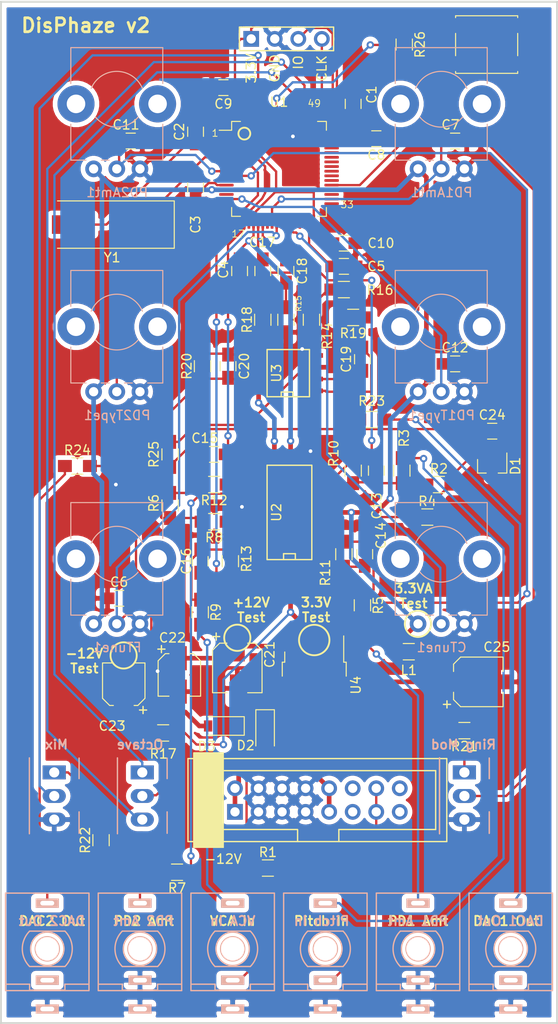
<source format=kicad_pcb>
(kicad_pcb (version 20171130) (host pcbnew "(5.1.0)-1")
  (layers (0 F.Cu signal) (31 B.Cu signal) (34 B.Paste user) (35 F.Paste user) (36 B.SilkS user hide) (37 F.SilkS user) (38 B.Mask user) (39 F.Mask user) (44 Edge.Cuts user))
  (net 0 "")
  (net 1 GND)
  (net 2 +3V3)
  (net 3 "Net-(C2-Pad1)")
  (net 4 "Net-(C3-Pad1)")
  (net 5 "Net-(C5-Pad2)")
  (net 6 FTUNE)
  (net 7 PD1_POT)
  (net 8 "Net-(C8-Pad1)")
  (net 9 PD2_POT)
  (net 10 PD1_TYPE)
  (net 11 "Net-(C13-Pad1)")
  (net 12 V_OCT_CV)
  (net 13 PD1_CV)
  (net 14 "Net-(C14-Pad1)")
  (net 15 PD2_CV)
  (net 16 "Net-(C15-Pad1)")
  (net 17 VCA)
  (net 18 "Net-(C16-Pad1)")
  (net 19 "Net-(C17-Pad1)")
  (net 20 DAC1_OUT)
  (net 21 "Net-(C18-Pad1)")
  (net 22 DAC2_OUT)
  (net 23 "Net-(C19-Pad2)")
  (net 24 "Net-(C19-Pad1)")
  (net 25 "Net-(C20-Pad2)")
  (net 26 "Net-(C20-Pad1)")
  (net 27 VCC)
  (net 28 VEE)
  (net 29 AREF_-5)
  (net 30 SWCLK)
  (net 31 SWDIO)
  (net 32 CV_IN)
  (net 33 "Net-(J2-Pad3)")
  (net 34 "Net-(J3-Pad3)")
  (net 35 "Net-(J4-Pad3)")
  (net 36 "Net-(J5-Pad3)")
  (net 37 "Net-(J5-Pad2)")
  (net 38 "Net-(J6-Pad2)")
  (net 39 "Net-(J6-Pad3)")
  (net 40 "Net-(J7-Pad2)")
  (net 41 "Net-(J7-Pad3)")
  (net 42 -12V)
  (net 43 +12V)
  (net 44 "Net-(J8-Pad11)")
  (net 45 "Net-(J8-Pad12)")
  (net 46 "Net-(J8-Pad15)")
  (net 47 "Net-(J8-Pad16)")
  (net 48 +3.3VA)
  (net 49 "Net-(R17-Pad1)")
  (net 50 "Net-(R21-Pad2)")
  (net 51 "Net-(R22-Pad2)")
  (net 52 CTUNE)
  (net 53 PD2_TYPE)
  (net 54 DAC1_RING_MOD)
  (net 55 DAC2_MIX)
  (net 56 OCTAVE_UP)
  (net 57 OCTAVE_DN)
  (net 58 "Net-(U1-Pad1)")
  (net 59 "Net-(U1-Pad2)")
  (net 60 "Net-(U1-Pad3)")
  (net 61 "Net-(U1-Pad4)")
  (net 62 "Net-(U1-Pad7)")
  (net 63 "Net-(U1-Pad11)")
  (net 64 "Net-(U1-Pad14)")
  (net 65 "Net-(U1-Pad22)")
  (net 66 "Net-(U1-Pad25)")
  (net 67 "Net-(U1-Pad28)")
  (net 68 "Net-(U1-Pad29)")
  (net 69 "Net-(U1-Pad30)")
  (net 70 "Net-(U1-Pad35)")
  (net 71 "Net-(U1-Pad36)")
  (net 72 "Net-(U1-Pad38)")
  (net 73 "Net-(U1-Pad39)")
  (net 74 "Net-(U1-Pad40)")
  (net 75 "Net-(U1-Pad41)")
  (net 76 "Net-(U1-Pad42)")
  (net 77 "Net-(U1-Pad43)")
  (net 78 "Net-(U1-Pad44)")
  (net 79 "Net-(U1-Pad45)")
  (net 80 "Net-(U1-Pad50)")
  (net 81 "Net-(U1-Pad52)")
  (net 82 "Net-(U1-Pad54)")
  (net 83 "Net-(U1-Pad55)")
  (net 84 "Net-(U1-Pad56)")
  (net 85 "Net-(U1-Pad58)")
  (net 86 "Net-(U1-Pad59)")
  (net 87 "Net-(U1-Pad60)")
  (net 88 "Net-(U1-Pad62)")
  (net 89 "Net-(U1-Pad33)")
  (net 90 "Net-(U1-Pad34)")
  (net 91 Calibration)
  (net 92 "Net-(R26-Pad2)")
  (module Package_QFP:LQFP-64_10x10mm_P0.5mm (layer F.Cu) (at 130 68)
    (fp_text reference U1 (at 0 -7.2) (layer F.SilkS))
    (fp_text value STM32F405RGTx)
    (pad 64 smd roundrect (at -3.75 -5.675) (size 0.3 1.55) (layers F.Cu F.Paste F.Mask) (net 2 +3V3))
    (pad 63 smd roundrect (at -3.25 -5.675) (size 0.3 1.55) (layers F.Cu F.Paste F.Mask) (net 1 GND))
    (pad 62 smd roundrect (at -2.75 -5.675) (size 0.3 1.55) (layers F.Cu F.Paste F.Mask) (net 88 "Net-(U1-Pad62)"))
    (pad 61 smd roundrect (at -2.25 -5.675) (size 0.3 1.55) (layers F.Cu F.Paste F.Mask) (net 55 DAC2_MIX))
    (pad 60 smd roundrect (at -1.75 -5.675) (size 0.3 1.55) (layers F.Cu F.Paste F.Mask) (net 87 "Net-(U1-Pad60)"))
    (pad 59 smd roundrect (at -1.25 -5.675) (size 0.3 1.55) (layers F.Cu F.Paste F.Mask) (net 86 "Net-(U1-Pad59)"))
    (pad 58 smd roundrect (at -0.75 -5.675) (size 0.3 1.55) (layers F.Cu F.Paste F.Mask) (net 85 "Net-(U1-Pad58)"))
    (pad 57 smd roundrect (at -0.25 -5.675) (size 0.3 1.55) (layers F.Cu F.Paste F.Mask) (net 91 Calibration))
    (pad 56 smd roundrect (at 0.25 -5.675) (size 0.3 1.55) (layers F.Cu F.Paste F.Mask) (net 84 "Net-(U1-Pad56)"))
    (pad 55 smd roundrect (at 0.75 -5.675) (size 0.3 1.55) (layers F.Cu F.Paste F.Mask) (net 83 "Net-(U1-Pad55)"))
    (pad 54 smd roundrect (at 1.25 -5.675) (size 0.3 1.55) (layers F.Cu F.Paste F.Mask) (net 82 "Net-(U1-Pad54)"))
    (pad 53 smd roundrect (at 1.75 -5.675) (size 0.3 1.55) (layers F.Cu F.Paste F.Mask) (net 57 OCTAVE_DN))
    (pad 52 smd roundrect (at 2.25 -5.675) (size 0.3 1.55) (layers F.Cu F.Paste F.Mask) (net 81 "Net-(U1-Pad52)"))
    (pad 51 smd roundrect (at 2.75 -5.675) (size 0.3 1.55) (layers F.Cu F.Paste F.Mask) (net 56 OCTAVE_UP))
    (pad 50 smd roundrect (at 3.25 -5.675) (size 0.3 1.55) (layers F.Cu F.Paste F.Mask) (net 80 "Net-(U1-Pad50)"))
    (pad 49 smd roundrect (at 3.75 -5.675) (size 0.3 1.55) (layers F.Cu F.Paste F.Mask) (net 30 SWCLK))
    (pad 48 smd roundrect (at 5.675 -3.75) (size 1.55 0.3) (layers F.Cu F.Paste F.Mask) (net 2 +3V3))
    (pad 47 smd roundrect (at 5.675 -3.25) (size 1.55 0.3) (layers F.Cu F.Paste F.Mask) (net 8 "Net-(C8-Pad1)"))
    (pad 46 smd roundrect (at 5.675 -2.75) (size 1.55 0.3) (layers F.Cu F.Paste F.Mask) (net 31 SWDIO))
    (pad 45 smd roundrect (at 5.675 -2.25) (size 1.55 0.3) (layers F.Cu F.Paste F.Mask) (net 79 "Net-(U1-Pad45)"))
    (pad 44 smd roundrect (at 5.675 -1.75) (size 1.55 0.3) (layers F.Cu F.Paste F.Mask) (net 78 "Net-(U1-Pad44)"))
    (pad 43 smd roundrect (at 5.675 -1.25) (size 1.55 0.3) (layers F.Cu F.Paste F.Mask) (net 77 "Net-(U1-Pad43)"))
    (pad 42 smd roundrect (at 5.675 -0.75) (size 1.55 0.3) (layers F.Cu F.Paste F.Mask) (net 76 "Net-(U1-Pad42)"))
    (pad 41 smd roundrect (at 5.675 -0.25) (size 1.55 0.3) (layers F.Cu F.Paste F.Mask) (net 75 "Net-(U1-Pad41)"))
    (pad 40 smd roundrect (at 5.675 0.25) (size 1.55 0.3) (layers F.Cu F.Paste F.Mask) (net 74 "Net-(U1-Pad40)"))
    (pad 39 smd roundrect (at 5.675 0.75) (size 1.55 0.3) (layers F.Cu F.Paste F.Mask) (net 73 "Net-(U1-Pad39)"))
    (pad 38 smd roundrect (at 5.675 1.25) (size 1.55 0.3) (layers F.Cu F.Paste F.Mask) (net 72 "Net-(U1-Pad38)"))
    (pad 37 smd roundrect (at 5.675 1.75) (size 1.55 0.3) (layers F.Cu F.Paste F.Mask) (net 54 DAC1_RING_MOD))
    (pad 36 smd roundrect (at 5.675 2.25) (size 1.55 0.3) (layers F.Cu F.Paste F.Mask) (net 71 "Net-(U1-Pad36)"))
    (pad 35 smd roundrect (at 5.675 2.75) (size 1.55 0.3) (layers F.Cu F.Paste F.Mask) (net 70 "Net-(U1-Pad35)"))
    (pad 34 smd roundrect (at 5.675 3.25) (size 1.55 0.3) (layers F.Cu F.Paste F.Mask) (net 90 "Net-(U1-Pad34)"))
    (pad 33 smd roundrect (at 5.675 3.75) (size 1.55 0.3) (layers F.Cu F.Paste F.Mask) (net 89 "Net-(U1-Pad33)"))
    (pad 32 smd roundrect (at 3.75 5.675) (size 0.3 1.55) (layers F.Cu F.Paste F.Mask) (net 2 +3V3))
    (pad 31 smd roundrect (at 3.25 5.675) (size 0.3 1.55) (layers F.Cu F.Paste F.Mask) (net 5 "Net-(C5-Pad2)"))
    (pad 30 smd roundrect (at 2.75 5.675) (size 0.3 1.55) (layers F.Cu F.Paste F.Mask) (net 69 "Net-(U1-Pad30)"))
    (pad 29 smd roundrect (at 2.25 5.675) (size 0.3 1.55) (layers F.Cu F.Paste F.Mask) (net 68 "Net-(U1-Pad29)"))
    (pad 28 smd roundrect (at 1.75 5.675) (size 0.3 1.55) (layers F.Cu F.Paste F.Mask) (net 67 "Net-(U1-Pad28)"))
    (pad 27 smd roundrect (at 1.25 5.675) (size 0.3 1.55) (layers F.Cu F.Paste F.Mask) (net 52 CTUNE))
    (pad 26 smd roundrect (at 0.75 5.675) (size 0.3 1.55) (layers F.Cu F.Paste F.Mask) (net 12 V_OCT_CV))
    (pad 25 smd roundrect (at 0.25 5.675) (size 0.3 1.55) (layers F.Cu F.Paste F.Mask) (net 66 "Net-(U1-Pad25)"))
    (pad 24 smd roundrect (at -0.25 5.675) (size 0.3 1.55) (layers F.Cu F.Paste F.Mask) (net 6 FTUNE))
    (pad 23 smd roundrect (at -0.75 5.675) (size 0.3 1.55) (layers F.Cu F.Paste F.Mask) (net 7 PD1_POT))
    (pad 22 smd roundrect (at -1.25 5.675) (size 0.3 1.55) (layers F.Cu F.Paste F.Mask) (net 65 "Net-(U1-Pad22)"))
    (pad 21 smd roundrect (at -1.75 5.675) (size 0.3 1.55) (layers F.Cu F.Paste F.Mask) (net 22 DAC2_OUT))
    (pad 20 smd roundrect (at -2.25 5.675) (size 0.3 1.55) (layers F.Cu F.Paste F.Mask) (net 20 DAC1_OUT))
    (pad 19 smd roundrect (at -2.75 5.675) (size 0.3 1.55) (layers F.Cu F.Paste F.Mask) (net 2 +3V3))
    (pad 18 smd roundrect (at -3.25 5.675) (size 0.3 1.55) (layers F.Cu F.Paste F.Mask) (net 1 GND))
    (pad 17 smd roundrect (at -3.75 5.675) (size 0.3 1.55) (layers F.Cu F.Paste F.Mask) (net 15 PD2_CV))
    (pad 16 smd roundrect (at -5.675 3.75) (size 1.55 0.3) (layers F.Cu F.Paste F.Mask) (net 53 PD2_TYPE))
    (pad 15 smd roundrect (at -5.675 3.25) (size 1.55 0.3) (layers F.Cu F.Paste F.Mask) (net 10 PD1_TYPE))
    (pad 14 smd roundrect (at -5.675 2.75) (size 1.55 0.3) (layers F.Cu F.Paste F.Mask) (net 64 "Net-(U1-Pad14)"))
    (pad 13 smd roundrect (at -5.675 2.25) (size 1.55 0.3) (layers F.Cu F.Paste F.Mask) (net 48 +3.3VA))
    (pad 12 smd roundrect (at -5.675 1.75) (size 1.55 0.3) (layers F.Cu F.Paste F.Mask) (net 1 GND))
    (pad 11 smd roundrect (at -5.675 1.25) (size 1.55 0.3) (layers F.Cu F.Paste F.Mask) (net 63 "Net-(U1-Pad11)"))
    (pad 10 smd roundrect (at -5.675 0.75) (size 1.55 0.3) (layers F.Cu F.Paste F.Mask) (net 13 PD1_CV))
    (pad 9 smd roundrect (at -5.675 0.25) (size 1.55 0.3) (layers F.Cu F.Paste F.Mask) (net 9 PD2_POT))
    (pad 8 smd roundrect (at -5.675 -0.25) (size 1.55 0.3) (layers F.Cu F.Paste F.Mask) (net 17 VCA))
    (pad 7 smd roundrect (at -5.675 -0.75) (size 1.55 0.3) (layers F.Cu F.Paste F.Mask) (net 62 "Net-(U1-Pad7)"))
    (pad 6 smd roundrect (at -5.675 -1.25) (size 1.55 0.3) (layers F.Cu F.Paste F.Mask) (net 4 "Net-(C3-Pad1)"))
    (pad 5 smd roundrect (at -5.675 -1.75) (size 1.55 0.3) (layers F.Cu F.Paste F.Mask) (net 3 "Net-(C2-Pad1)"))
    (pad 4 smd roundrect (at -5.675 -2.25) (size 1.55 0.3) (layers F.Cu F.Paste F.Mask) (net 61 "Net-(U1-Pad4)"))
    (pad 3 smd roundrect (at -5.675 -2.75) (size 1.55 0.3) (layers F.Cu F.Paste F.Mask) (net 60 "Net-(U1-Pad3)"))
    (pad 2 smd roundrect (at -5.675 -3.25) (size 1.55 0.3) (layers F.Cu F.Paste F.Mask) (net 59 "Net-(U1-Pad2)"))
    (pad 1 smd roundrect (at -5.675 -3.75) (size 1.55 0.3) (layers F.Cu F.Paste F.Mask) (net 58 "Net-(U1-Pad1)"))
  )
  (module Custom_Footprints:SPDTSubMiniature (layer B.Cu) (at 150 133 270)
    (fp_text reference SW1 hide)
    (fp_text value DAC1_RingMod_Switch)
    (pad 3 thru_hole oval (at 5.08 0 270) (size 1.5 2.5) (drill 1.0922) (layers *.Cu *.Mask) (net 1 GND))
    (pad 2 thru_hole oval (at 2.54 0 270) (size 1.5 2.5) (drill 1.0922) (layers *.Cu *.Mask) (net 54 DAC1_RING_MOD))
    (pad 1 thru_hole rect (at 0 0 270) (size 1.5 2.5) (drill 1.0922) (layers *.Cu *.Mask) (net 50 "Net-(R21-Pad2)"))
  )
  (module Custom_Footprints:SPDTSubMiniature (layer B.Cu) (at 150 133 270)
    (fp_text reference SW1 hide)
    (fp_text value DAC1_RingMod_Switch)
    (pad 3 thru_hole oval (at 5.08 0 270) (size 1.5 2.5) (drill 1.0922) (layers *.Cu *.Mask) (net 1 GND))
    (pad 2 thru_hole oval (at 2.54 0 270) (size 1.5 2.5) (drill 1.0922) (layers *.Cu *.Mask) (net 54 DAC1_RING_MOD))
    (pad 1 thru_hole rect (at 0 0 270) (size 1.5 2.5) (drill 1.0922) (layers *.Cu *.Mask) (net 50 "Net-(R21-Pad2)"))
  )
  (module Custom_Footprints:SPDTSubMiniature (layer B.Cu) (at 150 133 270)
    (fp_text reference SW1 hide)
    (fp_text value DAC1_RingMod_Switch)
    (pad 3 thru_hole oval (at 5.08 0 270) (size 1.5 2.5) (drill 1.0922) (layers *.Cu *.Mask) (net 1 GND))
    (pad 2 thru_hole oval (at 2.54 0 270) (size 1.5 2.5) (drill 1.0922) (layers *.Cu *.Mask) (net 54 DAC1_RING_MOD))
    (pad 1 thru_hole rect (at 0 0 270) (size 1.5 2.5) (drill 1.0922) (layers *.Cu *.Mask) (net 50 "Net-(R21-Pad2)"))
  )
  (module Custom_Footprints:SPDTSubMiniature (layer B.Cu) (at 115.25 133 270)
    (fp_text reference SW3 hide)
    (fp_text value Octave_Switch)
    (pad 3 thru_hole oval (at 5.08 0 270) (size 1.5 2.5) (drill 1.0922) (layers *.Cu *.Mask) (net 56 OCTAVE_UP))
    (pad 2 thru_hole oval (at 2.54 0 270) (size 1.5 2.5) (drill 1.0922) (layers *.Cu *.Mask) (net 49 "Net-(R17-Pad1)"))
    (pad 1 thru_hole rect (at 0 0 270) (size 1.5 2.5) (drill 1.0922) (layers *.Cu *.Mask) (net 57 OCTAVE_DN))
  )
  (module Custom_Footprints:SPDTSubMiniature (layer B.Cu) (at 105.75 133 270)
    (fp_text reference SW2 hide)
    (fp_text value DAC2_Mix_Switch)
    (pad 3 thru_hole oval (at 5.08 0 270) (size 1.5 2.5) (drill 1.0922) (layers *.Cu *.Mask) (net 1 GND))
    (pad 2 thru_hole oval (at 2.54 0 270) (size 1.5 2.5) (drill 1.0922) (layers *.Cu *.Mask) (net 55 DAC2_MIX))
    (pad 1 thru_hole rect (at 0 0 270) (size 1.5 2.5) (drill 1.0922) (layers *.Cu *.Mask) (net 51 "Net-(R22-Pad2)"))
  )
  (module Custom_Footprints:Eurorack_16_pin_header (layer F.Cu) (at 125.25 137.25)
    (fp_text reference J8 hide)
    (fp_text value Eurorack_16_pin_power hide)
    (fp_text user -12V (at -1.27 5.08) (layer F.SilkS))
    (pad 16 thru_hole circle (at 17.78 -2.54) (size 1.7 1.7) (drill 1) (layers *.Cu *.Mask) (net 47 "Net-(J8-Pad16)"))
    (pad 15 thru_hole circle (at 17.78 0) (size 1.7 1.7) (drill 1) (layers *.Cu *.Mask) (net 46 "Net-(J8-Pad15)"))
    (pad 13 thru_hole circle (at 15.24 0) (size 1.7 1.7) (drill 1) (layers *.Cu *.Mask) (net 32 CV_IN))
    (pad 14 thru_hole circle (at 15.24 -2.54) (size 1.7 1.7) (drill 1) (layers *.Cu *.Mask) (net 32 CV_IN))
    (pad 12 thru_hole circle (at 12.7 -2.54) (size 1.7 1.7) (drill 1) (layers *.Cu *.Mask) (net 45 "Net-(J8-Pad12)"))
    (pad 11 thru_hole circle (at 12.7 0) (size 1.7 1.7) (drill 1) (layers *.Cu *.Mask) (net 44 "Net-(J8-Pad11)"))
    (pad 10 thru_hole circle (at 10.16 -2.54) (size 1.7 1.7) (drill 1) (layers *.Cu *.Mask) (net 43 +12V))
    (pad 9 thru_hole circle (at 10.16 0) (size 1.7 1.7) (drill 1) (layers *.Cu *.Mask) (net 43 +12V))
    (pad 8 thru_hole circle (at 7.62 -2.54) (size 1.7 1.7) (drill 1) (layers *.Cu *.Mask) (net 1 GND))
    (pad 7 thru_hole circle (at 7.62 0) (size 1.7 1.7) (drill 1) (layers *.Cu *.Mask) (net 1 GND))
    (pad 6 thru_hole circle (at 5.08 -2.54) (size 1.7 1.7) (drill 1) (layers *.Cu *.Mask) (net 1 GND))
    (pad 5 thru_hole circle (at 5.08 0) (size 1.7 1.7) (drill 1) (layers *.Cu *.Mask) (net 1 GND))
    (pad 4 thru_hole circle (at 2.54 -2.54) (size 1.7 1.7) (drill 1) (layers *.Cu *.Mask) (net 1 GND))
    (pad 3 thru_hole circle (at 2.54 0) (size 1.7 1.7) (drill 1) (layers *.Cu *.Mask) (net 1 GND))
    (pad 2 thru_hole circle (at 0 -2.54) (size 1.7 1.7) (drill 1) (layers *.Cu *.Mask) (net 42 -12V))
    (pad 1 thru_hole rect (at 0 0) (size 1.7 1.7) (drill 1) (layers *.Cu *.Mask) (net 42 -12V))
  )
  (module Custom_Footprints:SW_SPST_EVQQ2 (layer F.Cu) (at 152.4 54.61)
    (fp_text reference SW4 hide)
    (fp_text value SW_Push)
    (pad 2 smd rect (at 3.4 2) (size 3.2 1) (layers F.Cu F.Paste F.Mask) (net 92 "Net-(R26-Pad2)"))
    (pad 2 smd rect (at -3.4 2) (size 3.2 1) (layers F.Cu F.Paste F.Mask) (net 92 "Net-(R26-Pad2)"))
    (pad 1 smd rect (at -3.4 -2) (size 3.2 1) (layers F.Cu F.Paste F.Mask) (net 91 Calibration))
    (pad 1 smd rect (at 3.4 -2) (size 3.2 1) (layers F.Cu F.Paste F.Mask) (net 91 Calibration))
  )
  (module Custom_Footprints:Crystal_SMD (layer F.Cu) (at 112 74 180)
    (fp_text reference Y1 (at 0 -3.55 180) (layer F.SilkS))
    (fp_text value Crystal)
    (pad 2 smd rect (at 4.25 0 180) (size 4.5 2) (layers F.Cu F.Paste F.Mask) (net 3 "Net-(C2-Pad1)"))
    (pad 1 smd rect (at -4.25 0 180) (size 4.5 2) (layers F.Cu F.Paste F.Mask) (net 4 "Net-(C3-Pad1)"))
  )
  (module Custom_Footprints:THONKICONN_hole (layer B.Cu) (at 135 152 180)
    (fp_text reference J2 hide)
    (fp_text value PItch_In hide)
    (pad "" np_thru_hole circle (at 0 0 180) (size 2.5 2.5) (drill 2.5) (layers *.Cu *.Mask))
    (pad 1 thru_hole rect (at 0 -6.48 180) (size 2.5 1) (drill oval 1.5 0.5) (layers *.Cu *.Mask B.SilkS) (net 1 GND))
    (pad 2 thru_hole rect (at 0 -3.38 180) (size 2.5 1) (drill oval 1.5 0.5) (layers *.Cu *.Mask B.SilkS) (net 32 CV_IN))
    (pad 3 thru_hole rect (at 0 4.92 180) (size 2.5 1) (drill oval 1.5 0.5) (layers *.Cu *.Mask B.SilkS) (net 33 "Net-(J2-Pad3)"))
  )
  (module Custom_Footprints:THONKICONN_hole (layer B.Cu) (at 145 152 180)
    (fp_text reference J3 hide)
    (fp_text value PD1_Amt_In hide)
    (pad "" np_thru_hole circle (at 0 0 180) (size 2.5 2.5) (drill 2.5) (layers *.Cu *.Mask))
    (pad 1 thru_hole rect (at 0 -6.48 180) (size 2.5 1) (drill oval 1.5 0.5) (layers *.Cu *.Mask B.SilkS) (net 1 GND))
    (pad 2 thru_hole rect (at 0 -3.38 180) (size 2.5 1) (drill oval 1.5 0.5) (layers *.Cu *.Mask B.SilkS) (net 1 GND))
    (pad 3 thru_hole rect (at 0 4.92 180) (size 2.5 1) (drill oval 1.5 0.5) (layers *.Cu *.Mask B.SilkS) (net 34 "Net-(J3-Pad3)"))
  )
  (module Custom_Footprints:THONKICONN_hole (layer B.Cu) (at 115 152 180)
    (fp_text reference J4 hide)
    (fp_text value PD2_Amt_In hide)
    (pad "" np_thru_hole circle (at 0 0 180) (size 2.5 2.5) (drill 2.5) (layers *.Cu *.Mask))
    (pad 1 thru_hole rect (at 0 -6.48 180) (size 2.5 1) (drill oval 1.5 0.5) (layers *.Cu *.Mask B.SilkS) (net 1 GND))
    (pad 2 thru_hole rect (at 0 -3.38 180) (size 2.5 1) (drill oval 1.5 0.5) (layers *.Cu *.Mask B.SilkS) (net 1 GND))
    (pad 3 thru_hole rect (at 0 4.92 180) (size 2.5 1) (drill oval 1.5 0.5) (layers *.Cu *.Mask B.SilkS) (net 35 "Net-(J4-Pad3)"))
  )
  (module Custom_Footprints:THONKICONN_hole (layer B.Cu) (at 125 152 180)
    (fp_text reference J5 hide)
    (fp_text value VCA_In hide)
    (pad "" np_thru_hole circle (at 0 0 180) (size 2.5 2.5) (drill 2.5) (layers *.Cu *.Mask))
    (pad 1 thru_hole rect (at 0 -6.48 180) (size 2.5 1) (drill oval 1.5 0.5) (layers *.Cu *.Mask B.SilkS) (net 1 GND))
    (pad 2 thru_hole rect (at 0 -3.38 180) (size 2.5 1) (drill oval 1.5 0.5) (layers *.Cu *.Mask B.SilkS) (net 37 "Net-(J5-Pad2)"))
    (pad 3 thru_hole rect (at 0 4.92 180) (size 2.5 1) (drill oval 1.5 0.5) (layers *.Cu *.Mask B.SilkS) (net 36 "Net-(J5-Pad3)"))
  )
  (module Custom_Footprints:THONKICONN_hole (layer B.Cu) (at 155 152 180)
    (fp_text reference J6 hide)
    (fp_text value DAC1_Out hide)
    (pad "" np_thru_hole circle (at 0 0 180) (size 2.5 2.5) (drill 2.5) (layers *.Cu *.Mask))
    (pad 1 thru_hole rect (at 0 -6.48 180) (size 2.5 1) (drill oval 1.5 0.5) (layers *.Cu *.Mask B.SilkS) (net 1 GND))
    (pad 2 thru_hole rect (at 0 -3.38 180) (size 2.5 1) (drill oval 1.5 0.5) (layers *.Cu *.Mask B.SilkS) (net 38 "Net-(J6-Pad2)"))
    (pad 3 thru_hole rect (at 0 4.92 180) (size 2.5 1) (drill oval 1.5 0.5) (layers *.Cu *.Mask B.SilkS) (net 39 "Net-(J6-Pad3)"))
  )
  (module Custom_Footprints:THONKICONN_hole (layer B.Cu) (at 105 152 180)
    (fp_text reference J7 hide)
    (fp_text value DAC2_Out hide)
    (pad "" np_thru_hole circle (at 0 0 180) (size 2.5 2.5) (drill 2.5) (layers *.Cu *.Mask))
    (pad 1 thru_hole rect (at 0 -6.48 180) (size 2.5 1) (drill oval 1.5 0.5) (layers *.Cu *.Mask B.SilkS) (net 1 GND))
    (pad 2 thru_hole rect (at 0 -3.38 180) (size 2.5 1) (drill oval 1.5 0.5) (layers *.Cu *.Mask B.SilkS) (net 40 "Net-(J7-Pad2)"))
    (pad 3 thru_hole rect (at 0 4.92 180) (size 2.5 1) (drill oval 1.5 0.5) (layers *.Cu *.Mask B.SilkS) (net 41 "Net-(J7-Pad3)"))
  )
  (module Custom_Footprints:Alpha_9mm_Potentiometer (layer B.Cu) (at 145 117 90)
    (fp_text reference CTune1 (at -2.54 2.54 180) (layer B.SilkS) (effects (justify mirror)))
    (fp_text value B10k)
    (pad 0 np_thru_hole circle (at 7 -1.9 90) (size 4 4) (drill 2) (layers *.Cu *.Mask))
    (pad 0 np_thru_hole circle (at 7 6.9 90) (size 4 4) (drill 2) (layers *.Cu *.Mask))
    (pad 1 thru_hole circle (at 0 0 90) (size 1.8 1.8) (drill 1) (layers *.Cu *.Mask) (net 48 +3.3VA))
    (pad 2 thru_hole circle (at 0 2.5 90) (size 1.8 1.8) (drill 1) (layers *.Cu *.Mask) (net 52 CTUNE))
    (pad 3 thru_hole circle (at 0 5 90) (size 1.8 1.8) (drill 1) (layers *.Cu *.Mask) (net 1 GND))
  )
  (module Custom_Footprints:Alpha_9mm_Potentiometer (layer B.Cu) (at 110 117 90)
    (fp_text reference FTune1 (at -2.54 2.54 180) (layer B.SilkS) (effects (justify mirror)))
    (fp_text value B10k)
    (pad 0 np_thru_hole circle (at 7 -1.9 90) (size 4 4) (drill 2) (layers *.Cu *.Mask))
    (pad 0 np_thru_hole circle (at 7 6.9 90) (size 4 4) (drill 2) (layers *.Cu *.Mask))
    (pad 1 thru_hole circle (at 0 0 90) (size 1.8 1.8) (drill 1) (layers *.Cu *.Mask) (net 48 +3.3VA))
    (pad 2 thru_hole circle (at 0 2.5 90) (size 1.8 1.8) (drill 1) (layers *.Cu *.Mask) (net 6 FTUNE))
    (pad 3 thru_hole circle (at 0 5 90) (size 1.8 1.8) (drill 1) (layers *.Cu *.Mask) (net 1 GND))
  )
  (module Custom_Footprints:Alpha_9mm_Potentiometer (layer B.Cu) (at 145 68 90)
    (fp_text reference PD1Amt1 (at -2.54 2.54 180) (layer B.SilkS) (effects (justify mirror)))
    (fp_text value B10k)
    (pad 0 np_thru_hole circle (at 7 -1.9 90) (size 4 4) (drill 2) (layers *.Cu *.Mask))
    (pad 0 np_thru_hole circle (at 7 6.9 90) (size 4 4) (drill 2) (layers *.Cu *.Mask))
    (pad 1 thru_hole circle (at 0 0 90) (size 1.8 1.8) (drill 1) (layers *.Cu *.Mask) (net 48 +3.3VA))
    (pad 2 thru_hole circle (at 0 2.5 90) (size 1.8 1.8) (drill 1) (layers *.Cu *.Mask) (net 7 PD1_POT))
    (pad 3 thru_hole circle (at 0 5 90) (size 1.8 1.8) (drill 1) (layers *.Cu *.Mask) (net 1 GND))
  )
  (module Custom_Footprints:Alpha_9mm_Potentiometer (layer B.Cu) (at 145 92 90)
    (fp_text reference PD1Type1 (at -2.54 2.54 180) (layer B.SilkS) (effects (justify mirror)))
    (fp_text value B10k)
    (pad 0 np_thru_hole circle (at 7 -1.9 90) (size 4 4) (drill 2) (layers *.Cu *.Mask))
    (pad 0 np_thru_hole circle (at 7 6.9 90) (size 4 4) (drill 2) (layers *.Cu *.Mask))
    (pad 1 thru_hole circle (at 0 0 90) (size 1.8 1.8) (drill 1) (layers *.Cu *.Mask) (net 48 +3.3VA))
    (pad 2 thru_hole circle (at 0 2.5 90) (size 1.8 1.8) (drill 1) (layers *.Cu *.Mask) (net 10 PD1_TYPE))
    (pad 3 thru_hole circle (at 0 5 90) (size 1.8 1.8) (drill 1) (layers *.Cu *.Mask) (net 1 GND))
  )
  (module Custom_Footprints:Alpha_9mm_Potentiometer (layer B.Cu) (at 110 68 90)
    (fp_text reference PD2Amt1 (at -2.54 2.54 180) (layer B.SilkS) (effects (justify mirror)))
    (fp_text value B10k)
    (pad 0 np_thru_hole circle (at 7 -1.9 90) (size 4 4) (drill 2) (layers *.Cu *.Mask))
    (pad 0 np_thru_hole circle (at 7 6.9 90) (size 4 4) (drill 2) (layers *.Cu *.Mask))
    (pad 1 thru_hole circle (at 0 0 90) (size 1.8 1.8) (drill 1) (layers *.Cu *.Mask) (net 48 +3.3VA))
    (pad 2 thru_hole circle (at 0 2.5 90) (size 1.8 1.8) (drill 1) (layers *.Cu *.Mask) (net 9 PD2_POT))
    (pad 3 thru_hole circle (at 0 5 90) (size 1.8 1.8) (drill 1) (layers *.Cu *.Mask) (net 1 GND))
  )
  (module Custom_Footprints:Alpha_9mm_Potentiometer (layer B.Cu) (at 110 92 90)
    (fp_text reference PD2Type1 (at -2.54 2.54 180) (layer B.SilkS) (effects (justify mirror)))
    (fp_text value B10k)
    (pad 0 np_thru_hole circle (at 7 -1.9 90) (size 4 4) (drill 2) (layers *.Cu *.Mask))
    (pad 0 np_thru_hole circle (at 7 6.9 90) (size 4 4) (drill 2) (layers *.Cu *.Mask))
    (pad 1 thru_hole circle (at 0 0 90) (size 1.8 1.8) (drill 1) (layers *.Cu *.Mask) (net 48 +3.3VA))
    (pad 2 thru_hole circle (at 0 2.5 90) (size 1.8 1.8) (drill 1) (layers *.Cu *.Mask) (net 53 PD2_TYPE))
    (pad 3 thru_hole circle (at 0 5 90) (size 1.8 1.8) (drill 1) (layers *.Cu *.Mask) (net 1 GND))
  )
  (module Custom_Footprints:SWD_header (layer F.Cu) (at 127 54)
    (fp_text reference J1 hide)
    (fp_text value SWD_Header)
    (fp_text user CLK (at 7.62 3.175 90) (layer F.SilkS))
    (fp_text user IO (at 5.08 2.54 90) (layer F.SilkS))
    (fp_text user GND (at 2.54 3.175 90) (layer F.SilkS))
    (fp_text user 3.3V (at 0 3.175 90) (layer F.SilkS))
    (pad 1 thru_hole rect (at 0 0) (size 1.7 1.7) (drill 1) (layers *.Cu *.Mask) (net 2 +3V3))
    (pad 2 thru_hole circle (at 2.54 0) (size 1.7 1.7) (drill 1) (layers *.Cu *.Mask) (net 1 GND))
    (pad 3 thru_hole circle (at 5.08 0) (size 1.7 1.7) (drill 1) (layers *.Cu *.Mask) (net 31 SWDIO))
    (pad 4 thru_hole circle (at 7.62 0) (size 1.7 1.7) (drill 1) (layers *.Cu *.Mask) (net 30 SWCLK))
  )
  (module Resistors_SMD:R_0805_HandSoldering (layer F.Cu) (at 119 143.75 180)
    (fp_text reference R7 (at 0 -1.7 180) (layer F.SilkS))
    (fp_text value 100k)
    (pad 1 smd rect (at -1.35 0 180) (size 1.5 1.3) (layers F.Cu F.Paste F.Mask) (net 16 "Net-(C15-Pad1)"))
    (pad 2 smd rect (at 1.35 0 180) (size 1.5 1.3) (layers F.Cu F.Paste F.Mask) (net 35 "Net-(J4-Pad3)"))
  )
  (module TO_SOT_Packages_SMD:TO-252-3_TabPin2 (layer F.Cu) (at 133.8 123.6 270)
    (fp_text reference U4 (at 0 -4.5 270) (layer F.SilkS))
    (fp_text value LM1117-3.3)
    (pad 2 smd rect (at 0.425 1.525 270) (size 3.05 2.75) (layers F.Cu F.Paste) (net 2 +3V3))
    (pad 2 smd rect (at 3.775 -1.525 270) (size 3.05 2.75) (layers F.Cu F.Paste) (net 2 +3V3))
    (pad 2 smd rect (at 0.425 -1.525 270) (size 3.05 2.75) (layers F.Cu F.Paste) (net 2 +3V3))
    (pad 2 smd rect (at 3.775 1.525 270) (size 3.05 2.75) (layers F.Cu F.Paste) (net 2 +3V3))
    (pad 2 smd rect (at 2.1 0 270) (size 6.4 5.8) (layers F.Cu F.Mask) (net 2 +3V3))
    (pad 3 smd rect (at -4.2 2.28 270) (size 2.2 1.2) (layers F.Cu F.Paste F.Mask) (net 27 VCC))
    (pad 2 smd rect (at -4.2 0 270) (size 2.2 1.2) (layers F.Cu F.Paste F.Mask) (net 2 +3V3))
    (pad 1 smd rect (at -4.2 -2.28 270) (size 2.2 1.2) (layers F.Cu F.Paste F.Mask) (net 1 GND))
  )
  (module Resistors_SMD:R_0805_HandSoldering (layer F.Cu) (at 128.25 84.25 90)
    (fp_text reference R18 (at 0 -1.7 90) (layer F.SilkS))
    (fp_text value 6.3k)
    (pad 1 smd rect (at -1.35 0 90) (size 1.5 1.3) (layers F.Cu F.Paste F.Mask) (net 26 "Net-(C20-Pad1)"))
    (pad 2 smd rect (at 1.35 0 90) (size 1.5 1.3) (layers F.Cu F.Paste F.Mask) (net 21 "Net-(C18-Pad1)"))
  )
  (module Capacitors_SMD:C_0805_HandSoldering (layer F.Cu) (at 124 59.25 180)
    (fp_text reference C9 (at 0 -1.75 180) (layer F.SilkS))
    (fp_text value 100nF)
    (pad 2 smd rect (at 1.25 0 180) (size 1.5 1.25) (layers F.Cu F.Paste F.Mask) (net 1 GND))
    (pad 1 smd rect (at -1.25 0 180) (size 1.5 1.25) (layers F.Cu F.Paste F.Mask) (net 2 +3V3))
  )
  (module Capacitors_SMD:CP_Elec_4x5.8 (layer F.Cu) (at 113.25 123.5 90)
    (fp_text reference C23 (at -4.5 -1.25 180) (layer F.SilkS))
    (fp_text value 22uF)
    (fp_text user + (at -2.78 2.01 90) (layer F.SilkS))
    (pad 2 smd rect (at 1.8 0 270) (size 2.6 1.6) (layers F.Cu F.Paste F.Mask) (net 28 VEE))
    (pad 1 smd rect (at -1.8 0 270) (size 2.6 1.6) (layers F.Cu F.Paste F.Mask) (net 1 GND))
  )
  (module Capacitors_SMD:CP_Elec_4x5.8 (layer F.Cu) (at 119.25 122.5 270)
    (fp_text reference C22 (at -4 0.75) (layer F.SilkS))
    (fp_text value 22uF)
    (fp_text user + (at -2.78 2.01 270) (layer F.SilkS))
    (pad 1 smd rect (at -1.8 0 90) (size 2.6 1.6) (layers F.Cu F.Paste F.Mask) (net 27 VCC))
    (pad 2 smd rect (at 1.8 0 90) (size 2.6 1.6) (layers F.Cu F.Paste F.Mask) (net 1 GND))
  )
  (module Resistors_SMD:R_0805_HandSoldering (layer F.Cu) (at 128.8 143.3)
    (fp_text reference R1 (at 0 -1.7) (layer F.SilkS))
    (fp_text value 47k)
    (pad 2 smd rect (at 1.35 0) (size 1.5 1.3) (layers F.Cu F.Paste F.Mask) (net 37 "Net-(J5-Pad2)"))
    (pad 1 smd rect (at -1.35 0) (size 1.5 1.3) (layers F.Cu F.Paste F.Mask) (net 27 VCC))
  )
  (module SMD_Packages:SOIC-14_N (layer F.Cu) (at 131 105 90)
    (fp_text reference U2 (at 0 -1.27 90) (layer F.SilkS))
    (fp_text value MCP6004)
    (pad 10 smd rect (at 1.27 -3.048 90) (size 0.508 1.143) (layers F.Cu F.Paste F.Mask) (net 1 GND))
    (pad 14 smd rect (at -3.81 -3.048 90) (size 0.508 1.143) (layers F.Cu F.Paste F.Mask) (net 17 VCA))
    (pad 13 smd rect (at -2.54 -3.048 90) (size 0.508 1.143) (layers F.Cu F.Paste F.Mask) (net 18 "Net-(C16-Pad1)"))
    (pad 12 smd rect (at -1.27 -3.048 90) (size 0.508 1.143) (layers F.Cu F.Paste F.Mask) (net 1 GND))
    (pad 11 smd rect (at 0 -3.048 90) (size 0.508 1.143) (layers F.Cu F.Paste F.Mask) (net 1 GND))
    (pad 9 smd rect (at 2.54 -3.048 90) (size 0.508 1.143) (layers F.Cu F.Paste F.Mask) (net 16 "Net-(C15-Pad1)"))
    (pad 8 smd rect (at 3.81 -3.048 90) (size 0.508 1.143) (layers F.Cu F.Paste F.Mask) (net 15 PD2_CV))
    (pad 7 smd rect (at 3.81 3.302 90) (size 0.508 1.143) (layers F.Cu F.Paste F.Mask) (net 12 V_OCT_CV))
    (pad 6 smd rect (at 2.54 3.302 90) (size 0.508 1.143) (layers F.Cu F.Paste F.Mask) (net 11 "Net-(C13-Pad1)"))
    (pad 5 smd rect (at 1.27 3.302 90) (size 0.508 1.143) (layers F.Cu F.Paste F.Mask) (net 1 GND))
    (pad 4 smd rect (at 0 3.302 90) (size 0.508 1.143) (layers F.Cu F.Paste F.Mask) (net 48 +3.3VA))
    (pad 3 smd rect (at -1.27 3.302 90) (size 0.508 1.143) (layers F.Cu F.Paste F.Mask) (net 1 GND))
    (pad 2 smd rect (at -2.54 3.302 90) (size 0.508 1.143) (layers F.Cu F.Paste F.Mask) (net 14 "Net-(C14-Pad1)"))
    (pad 1 smd rect (at -3.81 3.302 90) (size 0.508 1.143) (layers F.Cu F.Paste F.Mask) (net 13 PD1_CV))
  )
  (module Capacitors_SMD:C_0805_HandSoldering (layer F.Cu) (at 128.25 79 90)
    (fp_text reference C17 (at 3.1 -0.05 180) (layer F.SilkS))
    (fp_text value 10uF)
    (pad 1 smd rect (at -1.25 0 90) (size 1.5 1.25) (layers F.Cu F.Paste F.Mask) (net 19 "Net-(C17-Pad1)"))
    (pad 2 smd rect (at 1.25 0 90) (size 1.5 1.25) (layers F.Cu F.Paste F.Mask) (net 20 DAC1_OUT))
  )
  (module Capacitors_SMD:C_0805_HandSoldering (layer F.Cu) (at 140.5 100.5 90)
    (fp_text reference C13 (at -3.8 0.05 90) (layer F.SilkS))
    (fp_text value 1.5nF)
    (pad 1 smd rect (at -1.25 0 90) (size 1.5 1.25) (layers F.Cu F.Paste F.Mask) (net 11 "Net-(C13-Pad1)"))
    (pad 2 smd rect (at 1.25 0 90) (size 1.5 1.25) (layers F.Cu F.Paste F.Mask) (net 12 V_OCT_CV))
  )
  (module Capacitors_SMD:C_0805_HandSoldering (layer F.Cu) (at 138 61 90)
    (fp_text reference C1 (at 1 2 90) (layer F.SilkS))
    (fp_text value 100nF)
    (pad 2 smd rect (at 1.25 0 90) (size 1.5 1.25) (layers F.Cu F.Paste F.Mask) (net 1 GND))
    (pad 1 smd rect (at -1.25 0 90) (size 1.5 1.25) (layers F.Cu F.Paste F.Mask) (net 2 +3V3))
  )
  (module Capacitors_SMD:C_0805_HandSoldering (layer F.Cu) (at 121 64 90)
    (fp_text reference C2 (at 0 -1.75 90) (layer F.SilkS))
    (fp_text value 18pF)
    (pad 2 smd rect (at 1.25 0 90) (size 1.5 1.25) (layers F.Cu F.Paste F.Mask) (net 1 GND))
    (pad 1 smd rect (at -1.25 0 90) (size 1.5 1.25) (layers F.Cu F.Paste F.Mask) (net 3 "Net-(C2-Pad1)"))
  )
  (module Capacitors_SMD:C_0805_HandSoldering (layer F.Cu) (at 121 70 270)
    (fp_text reference C3 (at 4 0 270) (layer F.SilkS))
    (fp_text value 18pF)
    (pad 1 smd rect (at -1.25 0 270) (size 1.5 1.25) (layers F.Cu F.Paste F.Mask) (net 4 "Net-(C3-Pad1)"))
    (pad 2 smd rect (at 1.25 0 270) (size 1.5 1.25) (layers F.Cu F.Paste F.Mask) (net 1 GND))
  )
  (module Capacitors_SMD:C_0805_HandSoldering (layer F.Cu) (at 125.75 79 270)
    (fp_text reference C4 (at -0.15 1.75 270) (layer F.SilkS))
    (fp_text value 100nF)
    (pad 1 smd rect (at -1.25 0 270) (size 1.5 1.25) (layers F.Cu F.Paste F.Mask) (net 2 +3V3))
    (pad 2 smd rect (at 1.25 0 270) (size 1.5 1.25) (layers F.Cu F.Paste F.Mask) (net 1 GND))
  )
  (module Capacitors_SMD:C_0805_HandSoldering (layer F.Cu) (at 137 78.5 180)
    (fp_text reference C5 (at -3.5 0 180) (layer F.SilkS))
    (fp_text value 2.2uF)
    (pad 2 smd rect (at 1.25 0 180) (size 1.5 1.25) (layers F.Cu F.Paste F.Mask) (net 5 "Net-(C5-Pad2)"))
    (pad 1 smd rect (at -1.25 0 180) (size 1.5 1.25) (layers F.Cu F.Paste F.Mask) (net 1 GND))
  )
  (module Capacitors_SMD:C_0805_HandSoldering (layer F.Cu) (at 112.75 114.25 180)
    (fp_text reference C6 (at 0 1.75 180) (layer F.SilkS))
    (fp_text value 100nF)
    (pad 1 smd rect (at -1.25 0 180) (size 1.5 1.25) (layers F.Cu F.Paste F.Mask) (net 6 FTUNE))
    (pad 2 smd rect (at 1.25 0 180) (size 1.5 1.25) (layers F.Cu F.Paste F.Mask) (net 1 GND))
  )
  (module Capacitors_SMD:C_0805_HandSoldering (layer F.Cu) (at 149 65)
    (fp_text reference C7 (at -0.5 -1.75) (layer F.SilkS))
    (fp_text value 100nF)
    (pad 2 smd rect (at 1.25 0) (size 1.5 1.25) (layers F.Cu F.Paste F.Mask) (net 1 GND))
    (pad 1 smd rect (at -1.25 0) (size 1.5 1.25) (layers F.Cu F.Paste F.Mask) (net 7 PD1_POT))
  )
  (module Capacitors_SMD:C_0805_HandSoldering (layer F.Cu) (at 140.5 64.75)
    (fp_text reference C8 (at 0 1.75) (layer F.SilkS))
    (fp_text value 2.2uF)
    (pad 1 smd rect (at -1.25 0) (size 1.5 1.25) (layers F.Cu F.Paste F.Mask) (net 8 "Net-(C8-Pad1)"))
    (pad 2 smd rect (at 1.25 0) (size 1.5 1.25) (layers F.Cu F.Paste F.Mask) (net 1 GND))
  )
  (module Capacitors_SMD:C_0805_HandSoldering (layer F.Cu) (at 137 76)
    (fp_text reference C10 (at 4 0) (layer F.SilkS))
    (fp_text value 100nF)
    (pad 1 smd rect (at -1.25 0) (size 1.5 1.25) (layers F.Cu F.Paste F.Mask) (net 2 +3V3))
    (pad 2 smd rect (at 1.25 0) (size 1.5 1.25) (layers F.Cu F.Paste F.Mask) (net 1 GND))
  )
  (module Capacitors_SMD:C_0805_HandSoldering (layer F.Cu) (at 114 65)
    (fp_text reference C11 (at -0.5 -1.75) (layer F.SilkS))
    (fp_text value 100nF)
    (pad 2 smd rect (at 1.25 0) (size 1.5 1.25) (layers F.Cu F.Paste F.Mask) (net 1 GND))
    (pad 1 smd rect (at -1.25 0) (size 1.5 1.25) (layers F.Cu F.Paste F.Mask) (net 9 PD2_POT))
  )
  (module Capacitors_SMD:C_0805_HandSoldering (layer F.Cu) (at 149 89)
    (fp_text reference C12 (at 0 -1.75) (layer F.SilkS))
    (fp_text value 100nF)
    (pad 1 smd rect (at -1.25 0) (size 1.5 1.25) (layers F.Cu F.Paste F.Mask) (net 10 PD1_TYPE))
    (pad 2 smd rect (at 1.25 0) (size 1.5 1.25) (layers F.Cu F.Paste F.Mask) (net 1 GND))
  )
  (module Capacitors_SMD:C_0805_HandSoldering (layer F.Cu) (at 139.25 109.5 270)
    (fp_text reference C14 (at -2 -1.75 270) (layer F.SilkS))
    (fp_text value 2.2nF)
    (pad 2 smd rect (at 1.25 0 270) (size 1.5 1.25) (layers F.Cu F.Paste F.Mask) (net 13 PD1_CV))
    (pad 1 smd rect (at -1.25 0 270) (size 1.5 1.25) (layers F.Cu F.Paste F.Mask) (net 14 "Net-(C14-Pad1)"))
  )
  (module Capacitors_SMD:C_0805_HandSoldering (layer F.Cu) (at 123 98.75)
    (fp_text reference C15 (at -1 -1.75) (layer F.SilkS))
    (fp_text value 2.2nF)
    (pad 2 smd rect (at 1.25 0) (size 1.5 1.25) (layers F.Cu F.Paste F.Mask) (net 15 PD2_CV))
    (pad 1 smd rect (at -1.25 0) (size 1.5 1.25) (layers F.Cu F.Paste F.Mask) (net 16 "Net-(C15-Pad1)"))
  )
  (module Capacitors_SMD:C_0805_HandSoldering (layer F.Cu) (at 121.5 110.25 270)
    (fp_text reference C16 (at 0 1.5 270) (layer F.SilkS))
    (fp_text value 1.5nF)
    (pad 2 smd rect (at 1.25 0 270) (size 1.5 1.25) (layers F.Cu F.Paste F.Mask) (net 17 VCA))
    (pad 1 smd rect (at -1.25 0 270) (size 1.5 1.25) (layers F.Cu F.Paste F.Mask) (net 18 "Net-(C16-Pad1)"))
  )
  (module Capacitors_SMD:C_0805_HandSoldering (layer F.Cu) (at 130.75 79 90)
    (fp_text reference C18 (at 0 1.75 90) (layer F.SilkS))
    (fp_text value 10uF)
    (pad 1 smd rect (at -1.25 0 90) (size 1.5 1.25) (layers F.Cu F.Paste F.Mask) (net 21 "Net-(C18-Pad1)"))
    (pad 2 smd rect (at 1.25 0 90) (size 1.5 1.25) (layers F.Cu F.Paste F.Mask) (net 22 DAC2_OUT))
  )
  (module Capacitors_SMD:C_0805_HandSoldering (layer F.Cu) (at 139 88.5 90)
    (fp_text reference C19 (at 0 -1.75 90) (layer F.SilkS))
    (fp_text value 18pF)
    (pad 2 smd rect (at 1.25 0 90) (size 1.5 1.25) (layers F.Cu F.Paste F.Mask) (net 23 "Net-(C19-Pad2)"))
    (pad 1 smd rect (at -1.25 0 90) (size 1.5 1.25) (layers F.Cu F.Paste F.Mask) (net 24 "Net-(C19-Pad1)"))
  )
  (module Capacitors_SMD:C_0805_HandSoldering (layer F.Cu) (at 124.5 89.25 270)
    (fp_text reference C20 (at 0 -1.75 270) (layer F.SilkS))
    (fp_text value 18pF)
    (pad 2 smd rect (at 1.25 0 270) (size 1.5 1.25) (layers F.Cu F.Paste F.Mask) (net 25 "Net-(C20-Pad2)"))
    (pad 1 smd rect (at -1.25 0 270) (size 1.5 1.25) (layers F.Cu F.Paste F.Mask) (net 26 "Net-(C20-Pad1)"))
  )
  (module Capacitors_SMD:C_0805_HandSoldering (layer F.Cu) (at 153 96.25)
    (fp_text reference C24 (at 0 -1.75) (layer F.SilkS))
    (fp_text value 100nF)
    (pad 1 smd rect (at -1.25 0) (size 1.5 1.25) (layers F.Cu F.Paste F.Mask) (net 29 AREF_-5))
    (pad 2 smd rect (at 1.25 0) (size 1.5 1.25) (layers F.Cu F.Paste F.Mask) (net 1 GND))
  )
  (module Resistors_SMD:R_0805_HandSoldering (layer F.Cu) (at 144 120)
    (fp_text reference L1 (at 0 2) (layer F.SilkS))
    (fp_text value L)
    (pad 2 smd rect (at 1.35 0) (size 1.5 1.3) (layers F.Cu F.Paste F.Mask) (net 2 +3V3))
    (pad 1 smd rect (at -1.35 0) (size 1.5 1.3) (layers F.Cu F.Paste F.Mask) (net 48 +3.3VA))
  )
  (module Resistors_SMD:R_0805_HandSoldering (layer F.Cu) (at 147.25 102)
    (fp_text reference R2 (at 0 -1.7) (layer F.SilkS))
    (fp_text value 82k)
    (pad 1 smd rect (at -1.35 0) (size 1.5 1.3) (layers F.Cu F.Paste F.Mask) (net 11 "Net-(C13-Pad1)"))
    (pad 2 smd rect (at 1.35 0) (size 1.5 1.3) (layers F.Cu F.Paste F.Mask) (net 29 AREF_-5))
  )
  (module Resistors_SMD:R_0805_HandSoldering (layer F.Cu) (at 143.25 100.5 90)
    (fp_text reference R3 (at 3.5 0.25 90) (layer F.SilkS))
    (fp_text value 100k)
    (pad 1 smd rect (at -1.35 0 90) (size 1.5 1.3) (layers F.Cu F.Paste F.Mask) (net 11 "Net-(C13-Pad1)"))
    (pad 2 smd rect (at 1.35 0 90) (size 1.5 1.3) (layers F.Cu F.Paste F.Mask) (net 33 "Net-(J2-Pad3)"))
  )
  (module Resistors_SMD:R_0805_HandSoldering (layer F.Cu) (at 146 105.5)
    (fp_text reference R4 (at 0 -1.7) (layer F.SilkS))
    (fp_text value 91k)
    (pad 1 smd rect (at -1.35 0) (size 1.5 1.3) (layers F.Cu F.Paste F.Mask) (net 14 "Net-(C14-Pad1)"))
    (pad 2 smd rect (at 1.35 0) (size 1.5 1.3) (layers F.Cu F.Paste F.Mask) (net 29 AREF_-5))
  )
  (module Resistors_SMD:R_0805_HandSoldering (layer F.Cu) (at 139 115 270)
    (fp_text reference R5 (at 0 -1.7 270) (layer F.SilkS))
    (fp_text value 100k)
    (pad 2 smd rect (at 1.35 0 270) (size 1.5 1.3) (layers F.Cu F.Paste F.Mask) (net 34 "Net-(J3-Pad3)"))
    (pad 1 smd rect (at -1.35 0 270) (size 1.5 1.3) (layers F.Cu F.Paste F.Mask) (net 14 "Net-(C14-Pad1)"))
  )
  (module Resistors_SMD:R_0805_HandSoldering (layer F.Cu) (at 118.25 104.25 270)
    (fp_text reference R6 (at -0.25 1.75 270) (layer F.SilkS))
    (fp_text value 68k)
    (pad 2 smd rect (at 1.35 0 270) (size 1.5 1.3) (layers F.Cu F.Paste F.Mask) (net 29 AREF_-5))
    (pad 1 smd rect (at -1.35 0 270) (size 1.5 1.3) (layers F.Cu F.Paste F.Mask) (net 16 "Net-(C15-Pad1)"))
  )
  (module Resistors_SMD:R_0805_HandSoldering (layer F.Cu) (at 123 106 180)
    (fp_text reference R8 (at 0 -1.7 180) (layer F.SilkS))
    (fp_text value 68k)
    (pad 1 smd rect (at -1.35 0 180) (size 1.5 1.3) (layers F.Cu F.Paste F.Mask) (net 18 "Net-(C16-Pad1)"))
    (pad 2 smd rect (at 1.35 0 180) (size 1.5 1.3) (layers F.Cu F.Paste F.Mask) (net 29 AREF_-5))
  )
  (module Resistors_SMD:R_0805_HandSoldering (layer F.Cu) (at 121.5 115.75 270)
    (fp_text reference R9 (at 0 -1.7 270) (layer F.SilkS))
    (fp_text value 100k)
    (pad 2 smd rect (at 1.35 0 270) (size 1.5 1.3) (layers F.Cu F.Paste F.Mask) (net 36 "Net-(J5-Pad3)"))
    (pad 1 smd rect (at -1.35 0 270) (size 1.5 1.3) (layers F.Cu F.Paste F.Mask) (net 18 "Net-(C16-Pad1)"))
  )
  (module Resistors_SMD:R_0805_HandSoldering (layer F.Cu) (at 138 100.5 270)
    (fp_text reference R10 (at -1.85 2.1 270) (layer F.SilkS))
    (fp_text value 47k)
    (pad 2 smd rect (at 1.35 0 270) (size 1.5 1.3) (layers F.Cu F.Paste F.Mask) (net 11 "Net-(C13-Pad1)"))
    (pad 1 smd rect (at -1.35 0 270) (size 1.5 1.3) (layers F.Cu F.Paste F.Mask) (net 12 V_OCT_CV))
  )
  (module Resistors_SMD:R_0805_HandSoldering (layer F.Cu) (at 137 109.5 90)
    (fp_text reference R11 (at -2 -2 90) (layer F.SilkS))
    (fp_text value 56k)
    (pad 2 smd rect (at 1.35 0 90) (size 1.5 1.3) (layers F.Cu F.Paste F.Mask) (net 14 "Net-(C14-Pad1)"))
    (pad 1 smd rect (at -1.35 0 90) (size 1.5 1.3) (layers F.Cu F.Paste F.Mask) (net 13 PD1_CV))
  )
  (module Resistors_SMD:R_0805_HandSoldering (layer F.Cu) (at 123 102 180)
    (fp_text reference R12 (at 0 -1.7 180) (layer F.SilkS))
    (fp_text value 47k)
    (pad 1 smd rect (at -1.35 0 180) (size 1.5 1.3) (layers F.Cu F.Paste F.Mask) (net 15 PD2_CV))
    (pad 2 smd rect (at 1.35 0 180) (size 1.5 1.3) (layers F.Cu F.Paste F.Mask) (net 16 "Net-(C15-Pad1)"))
  )
  (module Resistors_SMD:R_0805_HandSoldering (layer F.Cu) (at 124.75 110.25 90)
    (fp_text reference R13 (at 0.25 1.75 90) (layer F.SilkS))
    (fp_text value 47k)
    (pad 1 smd rect (at -1.35 0 90) (size 1.5 1.3) (layers F.Cu F.Paste F.Mask) (net 17 VCA))
    (pad 2 smd rect (at 1.35 0 90) (size 1.5 1.3) (layers F.Cu F.Paste F.Mask) (net 18 "Net-(C16-Pad1)"))
  )
  (module Resistors_SMD:R_0805_HandSoldering (layer F.Cu) (at 133.5 84.25 270)
    (fp_text reference R14 (at 1.75 -1.7 270) (layer F.SilkS))
    (fp_text value 47k)
    (pad 1 smd rect (at -1.35 0 270) (size 1.5 1.3) (layers F.Cu F.Paste F.Mask) (net 19 "Net-(C17-Pad1)"))
    (pad 2 smd rect (at 1.35 0 270) (size 1.5 1.3) (layers F.Cu F.Paste F.Mask) (net 1 GND))
  )
  (module Resistors_SMD:R_0805_HandSoldering (layer F.Cu) (at 130.75 84.25 270)
    (fp_text reference R15 (at -1.75 -1.35 270) (layer F.SilkS) (effects (font (size 0.6 0.6) (thickness 0.1))))
    (fp_text value 47k)
    (pad 2 smd rect (at 1.35 0 270) (size 1.5 1.3) (layers F.Cu F.Paste F.Mask) (net 1 GND))
    (pad 1 smd rect (at -1.35 0 270) (size 1.5 1.3) (layers F.Cu F.Paste F.Mask) (net 21 "Net-(C18-Pad1)"))
  )
  (module Resistors_SMD:R_0805_HandSoldering (layer F.Cu) (at 137 81 180)
    (fp_text reference R16 (at -3.9 -0.05 180) (layer F.SilkS))
    (fp_text value 6.3k)
    (pad 2 smd rect (at 1.35 0 180) (size 1.5 1.3) (layers F.Cu F.Paste F.Mask) (net 19 "Net-(C17-Pad1)"))
    (pad 1 smd rect (at -1.35 0 180) (size 1.5 1.3) (layers F.Cu F.Paste F.Mask) (net 24 "Net-(C19-Pad1)"))
  )
  (module Resistors_SMD:R_0805_HandSoldering (layer F.Cu) (at 117.5 128.75)
    (fp_text reference R17 (at 0 2.25) (layer F.SilkS))
    (fp_text value 680R)
    (pad 1 smd rect (at -1.35 0) (size 1.5 1.3) (layers F.Cu F.Paste F.Mask) (net 49 "Net-(R17-Pad1)"))
    (pad 2 smd rect (at 1.35 0) (size 1.5 1.3) (layers F.Cu F.Paste F.Mask) (net 2 +3V3))
  )
  (module Resistors_SMD:R_0805_HandSoldering (layer F.Cu) (at 138 84 180)
    (fp_text reference R19 (at 0 -1.7 180) (layer F.SilkS))
    (fp_text value 68k)
    (pad 2 smd rect (at 1.35 0 180) (size 1.5 1.3) (layers F.Cu F.Paste F.Mask) (net 24 "Net-(C19-Pad1)"))
    (pad 1 smd rect (at -1.35 0 180) (size 1.5 1.3) (layers F.Cu F.Paste F.Mask) (net 23 "Net-(C19-Pad2)"))
  )
  (module Resistors_SMD:R_0805_HandSoldering (layer F.Cu) (at 121.75 89.25 90)
    (fp_text reference R20 (at 0 -1.7 90) (layer F.SilkS))
    (fp_text value 68k)
    (pad 1 smd rect (at -1.35 0 90) (size 1.5 1.3) (layers F.Cu F.Paste F.Mask) (net 25 "Net-(C20-Pad2)"))
    (pad 2 smd rect (at 1.35 0 90) (size 1.5 1.3) (layers F.Cu F.Paste F.Mask) (net 26 "Net-(C20-Pad1)"))
  )
  (module Resistors_SMD:R_0805_HandSoldering (layer F.Cu) (at 150 128.5 180)
    (fp_text reference R21 (at 0 -1.7 180) (layer F.SilkS))
    (fp_text value 680R)
    (pad 1 smd rect (at -1.35 0 180) (size 1.5 1.3) (layers F.Cu F.Paste F.Mask) (net 2 +3V3))
    (pad 2 smd rect (at 1.35 0 180) (size 1.5 1.3) (layers F.Cu F.Paste F.Mask) (net 50 "Net-(R21-Pad2)"))
  )
  (module Resistors_SMD:R_0805_HandSoldering (layer F.Cu) (at 110.8 140.3 90)
    (fp_text reference R22 (at 0 -1.7 90) (layer F.SilkS))
    (fp_text value 680R)
    (pad 1 smd rect (at -1.35 0 90) (size 1.5 1.3) (layers F.Cu F.Paste F.Mask) (net 2 +3V3))
    (pad 2 smd rect (at 1.35 0 90) (size 1.5 1.3) (layers F.Cu F.Paste F.Mask) (net 51 "Net-(R22-Pad2)"))
  )
  (module Resistors_SMD:R_0805_HandSoldering (layer F.Cu) (at 140 95 180)
    (fp_text reference R23 (at 0 2 180) (layer F.SilkS))
    (fp_text value 1k)
    (pad 2 smd rect (at 1.35 0 180) (size 1.5 1.3) (layers F.Cu F.Paste F.Mask) (net 23 "Net-(C19-Pad2)"))
    (pad 1 smd rect (at -1.35 0 180) (size 1.5 1.3) (layers F.Cu F.Paste F.Mask) (net 39 "Net-(J6-Pad3)"))
  )
  (module Resistors_SMD:R_0805_HandSoldering (layer F.Cu) (at 108.25 100)
    (fp_text reference R24 (at 0 -1.7) (layer F.SilkS))
    (fp_text value 1k)
    (pad 2 smd rect (at 1.35 0) (size 1.5 1.3) (layers F.Cu F.Paste F.Mask) (net 25 "Net-(C20-Pad2)"))
    (pad 1 smd rect (at -1.35 0) (size 1.5 1.3) (layers F.Cu F.Paste F.Mask) (net 41 "Net-(J7-Pad3)"))
  )
  (module Resistors_SMD:R_0805_HandSoldering (layer F.Cu) (at 118.25 98.75 270)
    (fp_text reference R25 (at 0 1.75 270) (layer F.SilkS))
    (fp_text value 2.2k)
    (pad 2 smd rect (at 1.35 0 270) (size 1.5 1.3) (layers F.Cu F.Paste F.Mask) (net 29 AREF_-5))
    (pad 1 smd rect (at -1.35 0 270) (size 1.5 1.3) (layers F.Cu F.Paste F.Mask) (net 28 VEE))
  )
  (module SMD_Packages:SOIC-8-N (layer F.Cu) (at 131 90 90)
    (fp_text reference U3 (at 0 -1.27 90) (layer F.SilkS))
    (fp_text value TL072)
    (pad 1 smd rect (at -1.905 3.175 90) (size 0.508 1.143) (layers F.Cu F.Paste F.Mask) (net 23 "Net-(C19-Pad2)"))
    (pad 2 smd rect (at -0.635 3.175 90) (size 0.508 1.143) (layers F.Cu F.Paste F.Mask) (net 24 "Net-(C19-Pad1)"))
    (pad 3 smd rect (at 0.635 3.175 90) (size 0.508 1.143) (layers F.Cu F.Paste F.Mask) (net 1 GND))
    (pad 4 smd rect (at 1.905 3.175 90) (size 0.508 1.143) (layers F.Cu F.Paste F.Mask) (net 28 VEE))
    (pad 5 smd rect (at 1.905 -3.175 90) (size 0.508 1.143) (layers F.Cu F.Paste F.Mask) (net 1 GND))
    (pad 6 smd rect (at 0.635 -3.175 90) (size 0.508 1.143) (layers F.Cu F.Paste F.Mask) (net 26 "Net-(C20-Pad1)"))
    (pad 7 smd rect (at -0.635 -3.175 90) (size 0.508 1.143) (layers F.Cu F.Paste F.Mask) (net 25 "Net-(C20-Pad2)"))
    (pad 8 smd rect (at -1.905 -3.175 90) (size 0.508 1.143) (layers F.Cu F.Paste F.Mask) (net 27 VCC))
  )
  (module Diodes_SMD:D_SOD-123 (layer F.Cu) (at 128.5 128.5 270)
    (fp_text reference D2 (at 1.6 2.1) (layer F.SilkS))
    (fp_text value 1N5819)
    (pad 1 smd rect (at -1.65 0 270) (size 0.9 1.2) (layers F.Cu F.Paste F.Mask) (net 27 VCC))
    (pad 2 smd rect (at 1.65 0 270) (size 0.9 1.2) (layers F.Cu F.Paste F.Mask) (net 43 +12V))
  )
  (module Diodes_SMD:D_SOD-123 (layer F.Cu) (at 124 128 180)
    (fp_text reference D3 (at 1.8 -2.2 180) (layer F.SilkS))
    (fp_text value 1N5819)
    (pad 2 smd rect (at 1.65 0 180) (size 0.9 1.2) (layers F.Cu F.Paste F.Mask) (net 28 VEE))
    (pad 1 smd rect (at -1.65 0 180) (size 0.9 1.2) (layers F.Cu F.Paste F.Mask) (net 42 -12V))
  )
  (module TO_SOT_Packages_SMD:SOT-23 (layer F.Cu) (at 153 100 270)
    (fp_text reference D1 (at 0 -2.5 270) (layer F.SilkS))
    (fp_text value LM4040DBZ-5)
    (pad 3 smd rect (at 1 0 270) (size 0.9 0.8) (layers F.Cu F.Paste F.Mask))
    (pad 2 smd rect (at -1 0.95 270) (size 0.9 0.8) (layers F.Cu F.Paste F.Mask) (net 29 AREF_-5))
    (pad 1 smd rect (at -1 -0.95 270) (size 0.9 0.8) (layers F.Cu F.Paste F.Mask) (net 1 GND))
  )
  (module Capacitors_SMD:CP_Elec_5x5.8 (layer F.Cu) (at 125.5 121.75 270)
    (fp_text reference C21 (at -1.45 -3.5 270) (layer F.SilkS))
    (fp_text value 47uF)
    (fp_text user + (at -3.38 2.35 270) (layer F.SilkS))
    (pad 1 smd rect (at -2.2 0 90) (size 3 1.6) (layers F.Cu F.Paste F.Mask) (net 27 VCC))
    (pad 2 smd rect (at 2.2 0 90) (size 3 1.6) (layers F.Cu F.Paste F.Mask) (net 1 GND))
  )
  (module Capacitors_SMD:CP_Elec_5x5.8 (layer F.Cu) (at 151.5 123.25)
    (fp_text reference C25 (at 2 -3.75) (layer F.SilkS))
    (fp_text value 47uF)
    (fp_text user + (at -3.38 2.35) (layer F.SilkS))
    (pad 2 smd rect (at 2.2 0 180) (size 3 1.6) (layers F.Cu F.Paste F.Mask) (net 1 GND))
    (pad 1 smd rect (at -2.2 0 180) (size 3 1.6) (layers F.Cu F.Paste F.Mask) (net 2 +3V3))
  )
  (module Resistors_SMD:R_0805_HandSoldering (layer F.Cu) (at 143.51 54.61 270)
    (fp_text reference R26 (at 0 -1.7 270) (layer F.SilkS))
    (fp_text value 680R)
    (pad 2 smd rect (at 1.35 0 270) (size 1.5 1.3) (layers F.Cu F.Paste F.Mask) (net 92 "Net-(R26-Pad2)"))
    (pad 1 smd rect (at -1.35 0 270) (size 1.5 1.3) (layers F.Cu F.Paste F.Mask) (net 2 +3V3))
  )
  (gr_text 1 (at 123.1 64.15) (layer F.SilkS) (effects (font (size 0.75 0.75) (thickness 0.1))))
  (gr_text 49 (at 133.8 60.95) (layer F.SilkS) (effects (font (size 0.75 0.75) (thickness 0.1))))
  (gr_text 33 (at 137.35 71.85) (layer F.SilkS) (effects (font (size 0.75 0.75) (thickness 0.1))))
  (gr_text 17 (at 125.6 75) (layer F.SilkS) (effects (font (size 0.75 0.75) (thickness 0.1))))
  (gr_circle (center 113.235787 120.4) (end 114.235787 121.4) (layer F.SilkS) (width 0.2))
  (gr_circle (center 125.5 118.5) (end 126.5 119.5) (layer F.SilkS) (width 0.2))
  (gr_circle (center 133.8 118.742322) (end 134.8 120.045097) (layer F.SilkS) (width 0.2))
  (gr_text "3.3V\nTest" (at 134 115.5) (layer F.SilkS) (effects (font (size 1 1) (thickness 0.2))))
  (gr_circle (center 144.985787 117) (end 145.985787 118) (layer F.SilkS) (width 0.2))
  (gr_text "3.3VA\nTest" (at 144.5 114) (layer F.SilkS) (effects (font (size 1 1) (thickness 0.2))))
  (gr_text "+12V\nTest" (at 127 115.5) (layer F.SilkS) (effects (font (size 1 1) (thickness 0.2))))
  (gr_text "-12V\nTest" (at 109 121) (layer F.SilkS) (effects (font (size 1 1) (thickness 0.2))))
  (gr_text Mix (at 106 130) (layer B.SilkS) (effects (font (size 1 1) (thickness 0.2)) (justify mirror)))
  (gr_text Octave (at 115 130) (layer B.SilkS) (effects (font (size 1 1) (thickness 0.2)) (justify mirror)))
  (gr_text "Ring Mod" (at 149.9 130) (layer B.SilkS) (effects (font (size 1 1) (thickness 0.2)) (justify mirror)))
  (gr_text "DAC2 Out" (at 105.5 149) (layer B.SilkS) (effects (font (size 1 1) (thickness 0.2)) (justify mirror)))
  (gr_text "PD2 Amt" (at 115.4 149) (layer B.SilkS) (effects (font (size 1 1) (thickness 0.2)) (justify mirror)))
  (gr_text "VCA In" (at 125 149) (layer B.SilkS) (effects (font (size 1 1) (thickness 0.2)) (justify mirror)))
  (gr_text "Pitch In" (at 134.6 149) (layer B.SilkS) (effects (font (size 1 1) (thickness 0.2)) (justify mirror)))
  (gr_text "PD1 Amt" (at 145 149) (layer B.SilkS) (effects (font (size 1 1) (thickness 0.2)) (justify mirror)))
  (gr_text "DAC1 Out" (at 155 149) (layer B.SilkS) (effects (font (size 1 1) (thickness 0.2)) (justify mirror)))
  (gr_text "Pitch In" (at 134.6 149) (layer F.SilkS) (effects (font (size 1 1) (thickness 0.2))))
  (gr_text "VCA In" (at 125 149) (layer F.SilkS) (effects (font (size 1 1) (thickness 0.2))))
  (gr_text "DAC1 Out" (at 154.5 149) (layer F.SilkS) (effects (font (size 1 1) (thickness 0.2))))
  (gr_text "PD1 Amt" (at 145 149) (layer F.SilkS) (effects (font (size 1 1) (thickness 0.2))))
  (gr_text "PD2 Amt" (at 115.4 149) (layer F.SilkS) (effects (font (size 1 1) (thickness 0.2))))
  (gr_text "DAC2 Out" (at 105.5 149) (layer F.SilkS) (effects (font (size 1 1) (thickness 0.2))))
  (gr_circle (center 126.259688 64.2) (end 126.759688 64.6) (layer F.SilkS) (width 0.2))
  (gr_text "DisPhaze v2" (at 109.15 52.55) (layer F.SilkS) (effects (font (size 1.5 1.5) (thickness 0.3))))
  (gr_line (start 160 50) (end 160 160) (layer Edge.Cuts) (width 0.2))
  (gr_line (start 100 160) (end 160 160) (layer Edge.Cuts) (width 0.2))
  (gr_line (start 100 50) (end 100 160) (layer Edge.Cuts) (width 0.2))
  (gr_line (start 100 50) (end 160 50) (layer Edge.Cuts) (width 0.2))
  (via (at 116.9 122.1) (size 0.8) (drill 0.4) (layers F.Cu B.Cu) (net 1))
  (segment (start 128.175011 71.201397) (end 128.5 70.6) (width 0.25) (layer F.Cu) (net 1))
  (segment (start 126.75 73.7) (end 126.75 72.626408) (width 0.25) (layer F.Cu) (net 1))
  (segment (start 126.75 72.626408) (end 128.175011 71.201397) (width 0.25) (layer F.Cu) (net 1))
  (segment (start 121 71.125) (end 121 71.25) (width 0.25) (layer F.Cu) (net 1))
  (segment (start 121.875 70.25) (end 121 71.125) (width 0.25) (layer F.Cu) (net 1))
  (segment (start 121.875 70.051998) (end 121.875 70.25) (width 0.25) (layer F.Cu) (net 1))
  (segment (start 122.401999 69.524999) (end 121.875 70.051998) (width 0.25) (layer F.Cu) (net 1))
  (segment (start 123.098001 69.524999) (end 122.401999 69.524999) (width 0.25) (layer F.Cu) (net 1))
  (segment (start 123.323002 69.75) (end 123.098001 69.524999) (width 0.25) (layer F.Cu) (net 1))
  (segment (start 124.3 69.75) (end 123.323002 69.75) (width 0.25) (layer F.Cu) (net 1))
  (segment (start 126.75 62.3) (end 126.75 62.91359) (width 0.25) (layer F.Cu) (net 1))
  (via (at 131.5 64.5) (size 0.8) (drill 0.4) (layers F.Cu B.Cu) (net 1))
  (via (at 132.5 87.4) (size 0.8) (drill 0.4) (layers F.Cu B.Cu) (net 1))
  (via (at 126 104.4) (size 0.8) (drill 0.4) (layers F.Cu B.Cu) (net 1))
  (via (at 133.4 98.4) (size 0.8) (drill 0.4) (layers F.Cu B.Cu) (net 1))
  (via (at 112.4 102) (size 0.8) (drill 0.4) (layers F.Cu B.Cu) (net 1))
  (segment (start 126.75 63.165702) (end 127.984298 64.4) (width 0.25) (layer F.Cu) (net 1))
  (segment (start 126.75 62.325) (end 126.75 63.165702) (width 0.25) (layer F.Cu) (net 1))
  (segment (start 125.42501 64.66142) (end 125.42501 62.82501) (width 0.25) (layer F.Cu) (net 1))
  (segment (start 128.5 70.6) (end 128.5 67.73641) (width 0.25) (layer F.Cu) (net 1))
  (segment (start 128.5 67.73641) (end 125.42501 64.66142) (width 0.25) (layer F.Cu) (net 1))
  (segment (start 125.42501 62.82501) (end 124.8 62.2) (width 0.25) (layer F.Cu) (net 1))
  (segment (start 127.25 75.25) (end 127.25 73.7) (width 0.25) (layer F.Cu) (net 2))
  (segment (start 125.75 77.75) (end 125.75 76.75) (width 0.25) (layer F.Cu) (net 2))
  (segment (start 135.675 76) (end 135.75 76) (width 0.25) (layer F.Cu) (net 2))
  (segment (start 133.75 74.075) (end 135.675 76) (width 0.25) (layer F.Cu) (net 2))
  (segment (start 133.75 73.7) (end 133.75 74.075) (width 0.25) (layer F.Cu) (net 2))
  (segment (start 138 62.375) (end 138 62.25) (width 0.25) (layer F.Cu) (net 2))
  (segment (start 136.125 64.25) (end 138 62.375) (width 0.25) (layer F.Cu) (net 2))
  (segment (start 135.7 64.25) (end 136.125 64.25) (width 0.25) (layer F.Cu) (net 2))
  (segment (start 127 52.9) (end 127 54) (width 0.25) (layer F.Cu) (net 2))
  (segment (start 127.525011 52.374989) (end 127 52.9) (width 0.25) (layer F.Cu) (net 2))
  (segment (start 135.370401 52.374989) (end 127.525011 52.374989) (width 0.25) (layer F.Cu) (net 2))
  (segment (start 136.24501 53.249598) (end 135.370401 52.374989) (width 0.25) (layer F.Cu) (net 2))
  (segment (start 136.245011 61.370011) (end 136.24501 53.249598) (width 0.25) (layer F.Cu) (net 2))
  (segment (start 137.125 62.25) (end 136.245011 61.370011) (width 0.25) (layer F.Cu) (net 2))
  (segment (start 138 62.25) (end 137.125 62.25) (width 0.25) (layer F.Cu) (net 2))
  (segment (start 133.75 73.7) (end 133.75 70.510002) (width 0.25) (layer F.Cu) (net 2))
  (segment (start 129.689998 70.510002) (end 133.75 70.510002) (width 0.25) (layer F.Cu) (net 2))
  (via (at 124 130) (size 0.8) (drill 0.4) (layers F.Cu B.Cu) (net 2))
  (segment (start 121.1 130) (end 124 130) (width 0.25) (layer F.Cu) (net 2))
  (segment (start 118.85 128.75) (end 119.85 128.75) (width 0.25) (layer F.Cu) (net 2))
  (segment (start 119.85 128.75) (end 121.1 130) (width 0.25) (layer F.Cu) (net 2))
  (segment (start 125.75 76.75) (end 126.75 75.75) (width 0.25) (layer F.Cu) (net 2))
  (segment (start 126.75 75.75) (end 127.25 75.25) (width 0.25) (layer F.Cu) (net 2))
  (segment (start 125.25 60.925) (end 125.25 59.25) (width 0.25) (layer F.Cu) (net 2))
  (segment (start 126.25 62.3) (end 126.25 61.925) (width 0.25) (layer F.Cu) (net 2))
  (segment (start 126.25 61.925) (end 125.25 60.925) (width 0.25) (layer F.Cu) (net 2))
  (segment (start 125.9 54) (end 127 54) (width 0.25) (layer F.Cu) (net 2))
  (segment (start 125.25 54.65) (end 125.9 54) (width 0.25) (layer F.Cu) (net 2))
  (segment (start 125.25 59.25) (end 125.25 54.65) (width 0.25) (layer F.Cu) (net 2))
  (segment (start 136.3 124.3) (end 134 126.6) (width 0.5) (layer F.Cu) (net 2))
  (via (at 131.25 115.75) (size 0.8) (drill 0.4) (layers F.Cu B.Cu) (net 2))
  (segment (start 124 123) (end 131.25 115.75) (width 0.25) (layer B.Cu) (net 2))
  (segment (start 124 130) (end 124 123) (width 0.25) (layer B.Cu) (net 2))
  (segment (start 136.25 123.25) (end 133.8 125.7) (width 0.5) (layer F.Cu) (net 2))
  (segment (start 133.8 119.4) (end 133.8 125.7) (width 0.5) (layer F.Cu) (net 2))
  (segment (start 145.35 120) (end 145.35 123.25) (width 0.5) (layer F.Cu) (net 2))
  (segment (start 149.3 123.25) (end 145.35 123.25) (width 0.5) (layer F.Cu) (net 2))
  (segment (start 145.35 123.25) (end 136.25 123.25) (width 0.5) (layer F.Cu) (net 2))
  (segment (start 133.8 118.3) (end 131.25 115.75) (width 0.5) (layer F.Cu) (net 2))
  (segment (start 133.8 119.4) (end 133.8 118.3) (width 0.5) (layer F.Cu) (net 2))
  (via (at 126.75 75.75) (size 0.8) (drill 0.4) (layers F.Cu B.Cu) (net 2))
  (via (at 131.25 97.3) (size 0.8) (drill 0.4) (layers F.Cu B.Cu) (net 2))
  (segment (start 131.25 97.3) (end 131.25 115.75) (width 0.5) (layer F.Cu) (net 2))
  (segment (start 131.25 80.25) (end 126.75 75.75) (width 0.5) (layer B.Cu) (net 2))
  (segment (start 131.25 97.3) (end 131.25 80.25) (width 0.5) (layer B.Cu) (net 2))
  (segment (start 114.185002 141.65) (end 110.8 141.65) (width 0.25) (layer F.Cu) (net 2))
  (segment (start 118.85 136.985002) (end 114.185002 141.65) (width 0.25) (layer F.Cu) (net 2))
  (segment (start 118.85 128.75) (end 118.85 136.985002) (width 0.25) (layer F.Cu) (net 2))
  (segment (start 150 123.25) (end 149.3 123.25) (width 0.5) (layer F.Cu) (net 2))
  (segment (start 151.35 124.6) (end 150 123.25) (width 0.5) (layer F.Cu) (net 2))
  (segment (start 151.35 128.5) (end 151.35 124.6) (width 0.5) (layer F.Cu) (net 2))
  (segment (start 136.255412 53.26) (end 136.24501 53.249598) (width 0.25) (layer F.Cu) (net 2))
  (segment (start 143.51 53.26) (end 136.255412 53.26) (width 0.25) (layer F.Cu) (net 2))
  (segment (start 129.574296 70.510002) (end 129.689998 70.510002) (width 0.25) (layer F.Cu) (net 2))
  (segment (start 127.25 72.834298) (end 129.574296 70.510002) (width 0.25) (layer F.Cu) (net 2))
  (segment (start 127.25 73.675) (end 127.25 72.834298) (width 0.25) (layer F.Cu) (net 2))
  (segment (start 126.25 64.85) (end 126.25 62.325) (width 0.25) (layer F.Cu) (net 2))
  (segment (start 129.689998 70.510002) (end 129.689998 68.289998) (width 0.25) (layer F.Cu) (net 2))
  (segment (start 129.689998 68.289998) (end 126.25 64.85) (width 0.25) (layer F.Cu) (net 2))
  (segment (start 121 65.375) (end 121 65.25) (width 0.25) (layer F.Cu) (net 3))
  (segment (start 121.875 66.25) (end 121 65.375) (width 0.25) (layer F.Cu) (net 3))
  (segment (start 124.3 66.25) (end 121.875 66.25) (width 0.25) (layer F.Cu) (net 3))
  (segment (start 111.375 74) (end 107.75 74) (width 0.25) (layer F.Cu) (net 3))
  (segment (start 120.125 65.25) (end 111.375 74) (width 0.25) (layer F.Cu) (net 3))
  (segment (start 121 65.25) (end 120.125 65.25) (width 0.25) (layer F.Cu) (net 3))
  (segment (start 122 66.75) (end 124.3 66.75) (width 0.25) (layer F.Cu) (net 4))
  (segment (start 121 67.75) (end 122 66.75) (width 0.25) (layer F.Cu) (net 4))
  (segment (start 121 68.75) (end 121 67.75) (width 0.25) (layer F.Cu) (net 4))
  (segment (start 116.25 72.625) (end 116.25 74) (width 0.25) (layer F.Cu) (net 4))
  (segment (start 120.125 68.75) (end 116.25 72.625) (width 0.25) (layer F.Cu) (net 4))
  (segment (start 121 68.75) (end 120.125 68.75) (width 0.25) (layer F.Cu) (net 4))
  (segment (start 135.625 78.5) (end 135.75 78.5) (width 0.25) (layer F.Cu) (net 5))
  (segment (start 133.25 76.125) (end 135.625 78.5) (width 0.25) (layer F.Cu) (net 5))
  (segment (start 133.25 73.7) (end 133.25 76.125) (width 0.25) (layer F.Cu) (net 5))
  (segment (start 114 115.5) (end 114 114.25) (width 0.25) (layer F.Cu) (net 6))
  (segment (start 112.5 117) (end 114 115.5) (width 0.25) (layer F.Cu) (net 6))
  (via (at 129.7 75.2) (size 0.8) (drill 0.4) (layers F.Cu B.Cu) (net 6))
  (segment (start 129.75 73.7) (end 129.75 75.15) (width 0.25) (layer F.Cu) (net 6))
  (segment (start 129.75 75.15) (end 129.7 75.2) (width 0.25) (layer F.Cu) (net 6))
  (segment (start 112.5 110.958998) (end 112.5 117) (width 0.25) (layer B.Cu) (net 6))
  (segment (start 119.225001 104.233997) (end 112.5 110.958998) (width 0.25) (layer B.Cu) (net 6))
  (segment (start 119.225001 82.201997) (end 119.225001 104.233997) (width 0.25) (layer B.Cu) (net 6))
  (segment (start 126.626997 74.800001) (end 119.225001 82.201997) (width 0.25) (layer B.Cu) (net 6))
  (segment (start 129.300001 74.800001) (end 126.626997 74.800001) (width 0.25) (layer B.Cu) (net 6))
  (segment (start 129.7 75.2) (end 129.300001 74.800001) (width 0.25) (layer B.Cu) (net 6))
  (segment (start 147.5 65.25) (end 147.75 65) (width 0.25) (layer F.Cu) (net 7))
  (segment (start 147.5 68) (end 147.5 65.25) (width 0.25) (layer F.Cu) (net 7))
  (via (at 130.25 71.25) (size 0.8) (drill 0.4) (layers F.Cu B.Cu) (net 7))
  (segment (start 129.25 73.7) (end 129.25 72.25) (width 0.25) (layer F.Cu) (net 7))
  (segment (start 129.25 72.25) (end 130.25 71.25) (width 0.25) (layer F.Cu) (net 7))
  (segment (start 146.600001 68.899999) (end 147.5 68) (width 0.25) (layer B.Cu) (net 7))
  (segment (start 130.25 71.25) (end 144 71.25) (width 0.25) (layer B.Cu) (net 7))
  (segment (start 144 71.25) (end 146.600001 68.899999) (width 0.25) (layer B.Cu) (net 7))
  (segment (start 135.7 64.75) (end 139.25 64.75) (width 0.25) (layer F.Cu) (net 8))
  (segment (start 112.75 67.75) (end 112.5 68) (width 0.25) (layer F.Cu) (net 9))
  (segment (start 112.75 65) (end 112.75 67.75) (width 0.25) (layer F.Cu) (net 9))
  (via (at 122.75 68.25) (size 0.8) (drill 0.4) (layers F.Cu B.Cu) (net 9))
  (segment (start 124.3 68.25) (end 122.75 68.25) (width 0.25) (layer F.Cu) (net 9))
  (segment (start 114 66.5) (end 112.5 68) (width 0.25) (layer B.Cu) (net 9))
  (segment (start 121 66.5) (end 114 66.5) (width 0.25) (layer B.Cu) (net 9))
  (segment (start 122.75 68.25) (end 121 66.5) (width 0.25) (layer B.Cu) (net 9))
  (segment (start 147.5 89.25) (end 147.75 89) (width 0.25) (layer F.Cu) (net 10))
  (segment (start 147.5 92) (end 147.5 89.25) (width 0.25) (layer F.Cu) (net 10))
  (segment (start 147.5 85.958998) (end 147.5 92) (width 0.25) (layer B.Cu) (net 10))
  (segment (start 124.3 71.25) (end 126 71.25) (width 0.25) (layer F.Cu) (net 10))
  (segment (start 126 71.25) (end 127.850009 72.100009) (width 0.25) (layer B.Cu) (net 10))
  (segment (start 127.850009 72.100009) (end 133.641011 72.100009) (width 0.25) (layer B.Cu) (net 10))
  (segment (start 133.641011 72.100009) (end 147.5 85.958998) (width 0.25) (layer B.Cu) (net 10))
  (via (at 126 71.25) (size 0.8) (drill 0.4) (layers F.Cu B.Cu) (net 10))
  (segment (start 143.4 102) (end 143.25 101.85) (width 0.25) (layer F.Cu) (net 11))
  (segment (start 145.9 102) (end 143.4 102) (width 0.25) (layer F.Cu) (net 11))
  (segment (start 140.6 101.85) (end 140.5 101.75) (width 0.25) (layer F.Cu) (net 11))
  (segment (start 143.25 101.85) (end 140.6 101.85) (width 0.25) (layer F.Cu) (net 11))
  (segment (start 138.1 101.75) (end 138 101.85) (width 0.25) (layer F.Cu) (net 11))
  (segment (start 140.5 101.75) (end 138.1 101.75) (width 0.25) (layer F.Cu) (net 11))
  (segment (start 134.302 101.956) (end 134.302 102.46) (width 0.25) (layer F.Cu) (net 11))
  (segment (start 134.408 101.85) (end 134.302 101.956) (width 0.25) (layer F.Cu) (net 11))
  (segment (start 138 101.85) (end 134.408 101.85) (width 0.25) (layer F.Cu) (net 11))
  (segment (start 138 99.25) (end 138 99.15) (width 0.25) (layer F.Cu) (net 12))
  (segment (start 136.06 101.19) (end 138 99.25) (width 0.25) (layer F.Cu) (net 12))
  (segment (start 134.302 101.19) (end 136.06 101.19) (width 0.25) (layer F.Cu) (net 12))
  (segment (start 140.4 99.15) (end 140.5 99.25) (width 0.25) (layer F.Cu) (net 12))
  (segment (start 138 99.15) (end 140.4 99.15) (width 0.25) (layer F.Cu) (net 12))
  (via (at 140 80) (size 0.8) (drill 0.4) (layers F.Cu B.Cu) (net 12))
  (segment (start 135.289998 80) (end 140 80) (width 0.25) (layer F.Cu) (net 12))
  (segment (start 130.75 73.7) (end 130.75 75.460002) (width 0.25) (layer F.Cu) (net 12))
  (segment (start 130.75 75.460002) (end 135.289998 80) (width 0.25) (layer F.Cu) (net 12))
  (via (at 140 97.25) (size 0.8) (drill 0.4) (layers F.Cu B.Cu) (net 12))
  (segment (start 140 80) (end 140 97.25) (width 0.25) (layer B.Cu) (net 12))
  (segment (start 140 98.75) (end 140.5 99.25) (width 0.25) (layer F.Cu) (net 12))
  (segment (start 140 97.25) (end 140 98.75) (width 0.25) (layer F.Cu) (net 12))
  (segment (start 135.06 108.81) (end 134.302 108.81) (width 0.25) (layer F.Cu) (net 13))
  (segment (start 137 110.75) (end 135.06 108.81) (width 0.25) (layer F.Cu) (net 13))
  (segment (start 137 110.85) (end 137 110.75) (width 0.25) (layer F.Cu) (net 13))
  (segment (start 139.15 110.85) (end 139.25 110.75) (width 0.25) (layer F.Cu) (net 13))
  (segment (start 137 110.85) (end 139.15 110.85) (width 0.25) (layer F.Cu) (net 13))
  (via (at 127 68.75) (size 0.8) (drill 0.4) (layers F.Cu B.Cu) (net 13))
  (segment (start 124.3 68.75) (end 127 68.75) (width 0.25) (layer F.Cu) (net 13))
  (via (at 156.75 113.75) (size 0.8) (drill 0.4) (layers F.Cu B.Cu) (net 13))
  (segment (start 156.75 70.25) (end 156.75 113.75) (width 0.25) (layer B.Cu) (net 13))
  (segment (start 137 113.635002) (end 137 110.85) (width 0.25) (layer F.Cu) (net 13))
  (segment (start 138.089999 114.725001) (end 137 113.635002) (width 0.25) (layer F.Cu) (net 13))
  (segment (start 155.774999 114.725001) (end 138.089999 114.725001) (width 0.25) (layer F.Cu) (net 13))
  (segment (start 156.75 113.75) (end 155.774999 114.725001) (width 0.25) (layer F.Cu) (net 13))
  (segment (start 129.4 66.3) (end 152.8 66.3) (width 0.25) (layer B.Cu) (net 13))
  (segment (start 127 68.75) (end 129.4 66.3) (width 0.25) (layer B.Cu) (net 13))
  (segment (start 152.8 66.3) (end 156.75 70.25) (width 0.25) (layer B.Cu) (net 13))
  (segment (start 136.39 107.54) (end 137 108.15) (width 0.25) (layer F.Cu) (net 14))
  (segment (start 134.302 107.54) (end 136.39 107.54) (width 0.25) (layer F.Cu) (net 14))
  (segment (start 139.15 108.15) (end 139.25 108.25) (width 0.25) (layer F.Cu) (net 14))
  (segment (start 137 108.15) (end 139.15 108.15) (width 0.25) (layer F.Cu) (net 14))
  (segment (start 141 105.5) (end 144.65 105.5) (width 0.25) (layer F.Cu) (net 14))
  (segment (start 139.25 107.25) (end 141 105.5) (width 0.25) (layer F.Cu) (net 14))
  (segment (start 139.25 108.25) (end 139.25 107.25) (width 0.25) (layer F.Cu) (net 14))
  (segment (start 139.25 108.375) (end 139.25 108.25) (width 0.25) (layer F.Cu) (net 14))
  (segment (start 140.200001 109.325001) (end 139.25 108.375) (width 0.25) (layer F.Cu) (net 14))
  (segment (start 140.200001 113.349999) (end 140.200001 109.325001) (width 0.25) (layer F.Cu) (net 14))
  (segment (start 139.9 113.65) (end 140.200001 113.349999) (width 0.25) (layer F.Cu) (net 14))
  (segment (start 139 113.65) (end 139.9 113.65) (width 0.25) (layer F.Cu) (net 14))
  (segment (start 126.16 101.19) (end 127.952 101.19) (width 0.25) (layer F.Cu) (net 15))
  (segment (start 125.35 102) (end 126.16 101.19) (width 0.25) (layer F.Cu) (net 15))
  (segment (start 124.35 102) (end 125.35 102) (width 0.25) (layer F.Cu) (net 15))
  (segment (start 124.25 101.9) (end 124.35 102) (width 0.25) (layer F.Cu) (net 15))
  (segment (start 124.25 98.75) (end 124.25 101.9) (width 0.25) (layer F.Cu) (net 15))
  (via (at 124.5 84.5) (size 0.8) (drill 0.4) (layers F.Cu B.Cu) (net 15))
  (segment (start 124.5 76.2) (end 124.5 84.5) (width 0.25) (layer F.Cu) (net 15))
  (segment (start 126.25 73.7) (end 126.25 74.45) (width 0.25) (layer F.Cu) (net 15))
  (segment (start 126.25 74.45) (end 124.5 76.2) (width 0.25) (layer F.Cu) (net 15))
  (via (at 124.5 96.75) (size 0.8) (drill 0.4) (layers F.Cu B.Cu) (net 15))
  (segment (start 124.5 84.5) (end 124.5 96.75) (width 0.25) (layer B.Cu) (net 15))
  (segment (start 124.5 98.5) (end 124.25 98.75) (width 0.25) (layer F.Cu) (net 15))
  (segment (start 124.5 96.75) (end 124.5 98.5) (width 0.25) (layer F.Cu) (net 15))
  (segment (start 120.75 102.9) (end 121.65 102) (width 0.25) (layer F.Cu) (net 16))
  (segment (start 118.25 102.9) (end 120.75 102.9) (width 0.25) (layer F.Cu) (net 16))
  (segment (start 121.75 101.9) (end 121.65 102) (width 0.25) (layer F.Cu) (net 16))
  (segment (start 121.75 98.75) (end 121.75 101.9) (width 0.25) (layer F.Cu) (net 16))
  (segment (start 127.1305 102.46) (end 127.952 102.46) (width 0.25) (layer F.Cu) (net 16))
  (segment (start 126.615499 102.975001) (end 127.1305 102.46) (width 0.25) (layer F.Cu) (net 16))
  (segment (start 121.725001 102.975001) (end 126.615499 102.975001) (width 0.25) (layer F.Cu) (net 16))
  (segment (start 121.65 102.9) (end 121.725001 102.975001) (width 0.25) (layer F.Cu) (net 16))
  (segment (start 121.65 102) (end 121.65 102.9) (width 0.25) (layer F.Cu) (net 16))
  (via (at 120.5 104) (size 0.8) (drill 0.4) (layers F.Cu B.Cu) (net 16))
  (segment (start 121.65 102.9) (end 120.55 104) (width 0.25) (layer F.Cu) (net 16))
  (segment (start 120.55 104) (end 120.5 104) (width 0.25) (layer F.Cu) (net 16))
  (via (at 120.5 142) (size 0.8) (drill 0.4) (layers F.Cu B.Cu) (net 16))
  (segment (start 120.5 143.6) (end 120.35 143.75) (width 0.25) (layer F.Cu) (net 16))
  (segment (start 120.5 142) (end 120.5 143.6) (width 0.25) (layer F.Cu) (net 16))
  (segment (start 120.5 142) (end 120.5 104) (width 0.25) (layer B.Cu) (net 16))
  (segment (start 124.65 111.5) (end 124.75 111.6) (width 0.25) (layer F.Cu) (net 17))
  (segment (start 127.44 108.81) (end 127.952 108.81) (width 0.25) (layer F.Cu) (net 17))
  (segment (start 124.75 111.5) (end 127.44 108.81) (width 0.25) (layer F.Cu) (net 17))
  (segment (start 124.75 111.6) (end 124.75 111.5) (width 0.25) (layer F.Cu) (net 17))
  (via (at 123.25 84.5) (size 0.8) (drill 0.4) (layers F.Cu B.Cu) (net 17))
  (via (at 123.25 110.5) (size 0.8) (drill 0.4) (layers F.Cu B.Cu) (net 17))
  (segment (start 123.25 84.5) (end 123.25 110.5) (width 0.25) (layer B.Cu) (net 17))
  (segment (start 123.25 110.5) (end 123.25 111.5) (width 0.25) (layer F.Cu) (net 17))
  (segment (start 121.5 111.5) (end 123.25 111.5) (width 0.25) (layer F.Cu) (net 17))
  (segment (start 123.25 111.5) (end 124.65 111.5) (width 0.25) (layer F.Cu) (net 17))
  (segment (start 127.073002 67.75) (end 127.725001 68.401999) (width 0.25) (layer F.Cu) (net 17))
  (segment (start 124.3 67.75) (end 127.073002 67.75) (width 0.25) (layer F.Cu) (net 17))
  (segment (start 127.725001 70.859297) (end 127.725001 70.325001) (width 0.25) (layer F.Cu) (net 17))
  (segment (start 123.25 75.334298) (end 127.725001 70.859297) (width 0.25) (layer F.Cu) (net 17))
  (segment (start 123.25 84.5) (end 123.25 75.334298) (width 0.25) (layer F.Cu) (net 17))
  (segment (start 127.725001 68.401999) (end 127.725001 70.325001) (width 0.25) (layer F.Cu) (net 17))
  (segment (start 124.65 109) (end 124.75 108.9) (width 0.25) (layer F.Cu) (net 18))
  (segment (start 121.5 109) (end 124.65 109) (width 0.25) (layer F.Cu) (net 18))
  (segment (start 124.75 108.8) (end 124.75 108.9) (width 0.25) (layer F.Cu) (net 18))
  (segment (start 126.01 107.54) (end 124.75 108.8) (width 0.25) (layer F.Cu) (net 18))
  (segment (start 127.952 107.54) (end 126.01 107.54) (width 0.25) (layer F.Cu) (net 18))
  (segment (start 124.35 108.5) (end 124.75 108.9) (width 0.25) (layer F.Cu) (net 18))
  (segment (start 124.35 106) (end 124.35 108.5) (width 0.25) (layer F.Cu) (net 18))
  (segment (start 121.5 109.125) (end 121.5 109) (width 0.25) (layer F.Cu) (net 18))
  (segment (start 120.549999 110.075001) (end 121.5 109.125) (width 0.25) (layer F.Cu) (net 18))
  (segment (start 120.549999 114.349999) (end 120.549999 110.075001) (width 0.25) (layer F.Cu) (net 18))
  (segment (start 120.6 114.4) (end 120.549999 114.349999) (width 0.25) (layer F.Cu) (net 18))
  (segment (start 121.5 114.4) (end 120.6 114.4) (width 0.25) (layer F.Cu) (net 18))
  (segment (start 135.3 81) (end 135.65 81) (width 0.25) (layer F.Cu) (net 19))
  (segment (start 133.5 82.8) (end 135.3 81) (width 0.25) (layer F.Cu) (net 19))
  (segment (start 133.5 82.9) (end 133.5 82.8) (width 0.25) (layer F.Cu) (net 19))
  (segment (start 128.25 80.125) (end 128.25 80.25) (width 0.25) (layer F.Cu) (net 19))
  (segment (start 129.200001 79.174999) (end 128.25 80.125) (width 0.25) (layer F.Cu) (net 19))
  (segment (start 131.635001 79.174999) (end 129.200001 79.174999) (width 0.25) (layer F.Cu) (net 19))
  (segment (start 133.5 81.039998) (end 131.635001 79.174999) (width 0.25) (layer F.Cu) (net 19))
  (segment (start 133.5 82.9) (end 133.5 81.039998) (width 0.25) (layer F.Cu) (net 19))
  (segment (start 127.75 77.25) (end 128.25 77.75) (width 0.25) (layer F.Cu) (net 20))
  (segment (start 127.75 73.7) (end 127.75 77.25) (width 0.25) (layer F.Cu) (net 20))
  (segment (start 130.75 80.25) (end 130.75 82.9) (width 0.25) (layer F.Cu) (net 21))
  (segment (start 130.75 82.9) (end 128.25 82.9) (width 0.25) (layer F.Cu) (net 21))
  (segment (start 128.25 75.25) (end 130.75 77.75) (width 0.25) (layer F.Cu) (net 22))
  (segment (start 128.25 73.7) (end 128.25 75.25) (width 0.25) (layer F.Cu) (net 22))
  (segment (start 139 84.35) (end 139.35 84) (width 0.25) (layer F.Cu) (net 23))
  (segment (start 139 87.25) (end 139 84.35) (width 0.25) (layer F.Cu) (net 23))
  (segment (start 138.65 94.1) (end 138.65 95) (width 0.25) (layer F.Cu) (net 23))
  (segment (start 139.950001 92.799999) (end 138.65 94.1) (width 0.25) (layer F.Cu) (net 23))
  (segment (start 139 87.375) (end 139.950001 88.325001) (width 0.25) (layer F.Cu) (net 23))
  (segment (start 139 87.25) (end 139 87.375) (width 0.25) (layer F.Cu) (net 23))
  (segment (start 135.0915 92) (end 139.950001 92) (width 0.25) (layer F.Cu) (net 23))
  (segment (start 134.9965 91.905) (end 135.0915 92) (width 0.25) (layer F.Cu) (net 23))
  (segment (start 134.175 91.905) (end 134.9965 91.905) (width 0.25) (layer F.Cu) (net 23))
  (segment (start 139.950001 88.325001) (end 139.950001 92) (width 0.25) (layer F.Cu) (net 23))
  (segment (start 139.950001 92) (end 139.950001 92.799999) (width 0.25) (layer F.Cu) (net 23))
  (segment (start 138.25 81) (end 138.35 81) (width 0.25) (layer F.Cu) (net 24))
  (segment (start 136.65 82.6) (end 138.25 81) (width 0.25) (layer F.Cu) (net 24))
  (segment (start 136.65 84) (end 136.65 82.6) (width 0.25) (layer F.Cu) (net 24))
  (segment (start 137.24 90.635) (end 134.175 90.635) (width 0.25) (layer F.Cu) (net 24))
  (segment (start 138.125 89.75) (end 137.24 90.635) (width 0.25) (layer F.Cu) (net 24))
  (segment (start 138.125 89.75) (end 139 89.75) (width 0.25) (layer F.Cu) (net 24))
  (segment (start 136.65 88.275) (end 138.125 89.75) (width 0.25) (layer F.Cu) (net 24))
  (segment (start 136.65 84) (end 136.65 88.275) (width 0.25) (layer F.Cu) (net 24))
  (segment (start 124.4 90.6) (end 124.5 90.5) (width 0.25) (layer F.Cu) (net 25))
  (segment (start 121.75 90.6) (end 124.4 90.6) (width 0.25) (layer F.Cu) (net 25))
  (segment (start 124.635 90.635) (end 124.5 90.5) (width 0.25) (layer F.Cu) (net 25))
  (segment (start 127.825 90.635) (end 124.635 90.635) (width 0.25) (layer F.Cu) (net 25))
  (segment (start 121.75 90.7) (end 121.75 90.6) (width 0.25) (layer F.Cu) (net 25))
  (segment (start 112.45 100) (end 121.75 90.7) (width 0.25) (layer F.Cu) (net 25))
  (segment (start 109.6 100) (end 112.45 100) (width 0.25) (layer F.Cu) (net 25))
  (segment (start 124.4 87.9) (end 124.5 88) (width 0.25) (layer F.Cu) (net 26))
  (segment (start 121.75 87.9) (end 124.4 87.9) (width 0.25) (layer F.Cu) (net 26))
  (segment (start 126.74 89.365) (end 127.825 89.365) (width 0.25) (layer F.Cu) (net 26))
  (segment (start 125.375 88) (end 126.74 89.365) (width 0.25) (layer F.Cu) (net 26))
  (segment (start 124.5 88) (end 125.375 88) (width 0.25) (layer F.Cu) (net 26))
  (segment (start 126.775 85.6) (end 128.25 85.6) (width 0.25) (layer F.Cu) (net 26))
  (segment (start 124.5 87.875) (end 126.775 85.6) (width 0.25) (layer F.Cu) (net 26))
  (segment (start 124.5 88) (end 124.5 87.875) (width 0.25) (layer F.Cu) (net 26))
  (segment (start 128 92.08) (end 127.825 91.905) (width 0.25) (layer F.Cu) (net 27))
  (segment (start 124.35 120.7) (end 125.5 119.55) (width 0.5) (layer F.Cu) (net 27))
  (segment (start 119.25 120.7) (end 124.35 120.7) (width 0.5) (layer F.Cu) (net 27))
  (segment (start 125.65 119.4) (end 125.5 119.55) (width 0.5) (layer F.Cu) (net 27))
  (segment (start 128.5 126.85) (end 128.5 119.4) (width 0.5) (layer F.Cu) (net 27))
  (segment (start 131.52 119.4) (end 128.5 119.4) (width 0.5) (layer F.Cu) (net 27))
  (segment (start 128.5 119.4) (end 125.65 119.4) (width 0.5) (layer F.Cu) (net 27))
  (via (at 129.5 97.315685) (size 0.8) (drill 0.4) (layers F.Cu B.Cu) (net 27))
  (segment (start 127.825 93.175) (end 127.8 93.2) (width 0.25) (layer F.Cu) (net 27))
  (segment (start 129.5 97.315685) (end 129.5 114.85) (width 0.5) (layer F.Cu) (net 27))
  (segment (start 125.5 118.85) (end 125.5 119.55) (width 0.5) (layer F.Cu) (net 27))
  (segment (start 129.5 114.85) (end 125.5 118.85) (width 0.5) (layer F.Cu) (net 27))
  (via (at 127.8 93.2) (size 0.8) (drill 0.4) (layers F.Cu B.Cu) (net 27))
  (segment (start 129.5 94.9) (end 127.8 93.2) (width 0.5) (layer B.Cu) (net 27))
  (segment (start 129.5 97.315685) (end 129.5 94.9) (width 0.5) (layer B.Cu) (net 27))
  (segment (start 127.8 91.93) (end 127.825 91.905) (width 0.5) (layer F.Cu) (net 27))
  (segment (start 127.8 93.2) (end 127.8 91.93) (width 0.5) (layer F.Cu) (net 27))
  (segment (start 128.5 127.55) (end 126.5 129.55) (width 0.25) (layer F.Cu) (net 27))
  (segment (start 128.5 126.85) (end 128.5 127.55) (width 0.25) (layer F.Cu) (net 27))
  (segment (start 127.45 142.4) (end 127.45 143.3) (width 0.25) (layer F.Cu) (net 27))
  (segment (start 126.5 141.45) (end 127.45 142.4) (width 0.25) (layer F.Cu) (net 27))
  (segment (start 126.5 129.55) (end 126.5 141.45) (width 0.25) (layer F.Cu) (net 27))
  (segment (start 134.175 88.095) (end 133.978002 88.095) (width 0.25) (layer F.Cu) (net 28))
  (segment (start 121.4 128) (end 119.9 126.5) (width 0.5) (layer F.Cu) (net 28))
  (segment (start 122.35 128) (end 121.4 128) (width 0.5) (layer F.Cu) (net 28))
  (segment (start 117.55 126.5) (end 115.5 124.45) (width 0.5) (layer F.Cu) (net 28))
  (segment (start 119.9 126.5) (end 117.55 126.5) (width 0.5) (layer F.Cu) (net 28))
  (segment (start 115.5 124.45) (end 115.5 122) (width 0.5) (layer F.Cu) (net 28))
  (segment (start 115.2 121.7) (end 113.25 121.7) (width 0.5) (layer F.Cu) (net 28))
  (segment (start 115.5 122) (end 115.2 121.7) (width 0.5) (layer F.Cu) (net 28))
  (segment (start 119.15 97.4) (end 118.25 97.4) (width 0.25) (layer F.Cu) (net 28))
  (segment (start 120.975011 95.574989) (end 119.15 97.4) (width 0.25) (layer F.Cu) (net 28))
  (segment (start 126.554509 95.574989) (end 120.975011 95.574989) (width 0.25) (layer F.Cu) (net 28))
  (segment (start 134.034498 88.095) (end 126.554509 95.574989) (width 0.25) (layer F.Cu) (net 28))
  (segment (start 134.175 88.095) (end 134.034498 88.095) (width 0.25) (layer F.Cu) (net 28))
  (segment (start 114.3 121.7) (end 116.225001 119.774999) (width 0.25) (layer F.Cu) (net 28))
  (segment (start 116.225001 112.766003) (end 114.574999 111.116001) (width 0.25) (layer F.Cu) (net 28))
  (segment (start 116.225001 119.774999) (end 116.225001 112.766003) (width 0.25) (layer F.Cu) (net 28))
  (segment (start 114.574999 111.116001) (end 114.574999 101.175001) (width 0.25) (layer F.Cu) (net 28))
  (segment (start 114.574999 101.175001) (end 118.25 97.5) (width 0.25) (layer F.Cu) (net 28))
  (segment (start 118.25 97.5) (end 118.25 97.4) (width 0.25) (layer F.Cu) (net 28))
  (segment (start 113.25 121.7) (end 114.3 121.7) (width 0.25) (layer F.Cu) (net 28))
  (segment (start 151.75 98.7) (end 152.05 99) (width 0.25) (layer F.Cu) (net 29))
  (segment (start 151.75 96.25) (end 151.75 98.7) (width 0.25) (layer F.Cu) (net 29))
  (segment (start 150.7 99) (end 152.05 99) (width 0.25) (layer F.Cu) (net 29))
  (segment (start 148.6 101.1) (end 150.7 99) (width 0.25) (layer F.Cu) (net 29))
  (segment (start 148.6 102) (end 148.6 101.1) (width 0.25) (layer F.Cu) (net 29))
  (segment (start 148.5 102) (end 148.6 102) (width 0.25) (layer F.Cu) (net 29))
  (segment (start 147.35 103.15) (end 148.5 102) (width 0.25) (layer F.Cu) (net 29))
  (segment (start 147.35 105.5) (end 147.35 103.15) (width 0.25) (layer F.Cu) (net 29))
  (segment (start 121.25 105.6) (end 121.65 106) (width 0.25) (layer F.Cu) (net 29))
  (segment (start 118.25 105.6) (end 121.25 105.6) (width 0.25) (layer F.Cu) (net 29))
  (segment (start 118.25 100.2) (end 118.25 100.1) (width 0.25) (layer F.Cu) (net 29))
  (segment (start 117.274999 101.175001) (end 118.25 100.2) (width 0.25) (layer F.Cu) (net 29))
  (segment (start 117.274999 105.524999) (end 117.274999 101.175001) (width 0.25) (layer F.Cu) (net 29))
  (segment (start 117.35 105.6) (end 117.274999 105.524999) (width 0.25) (layer F.Cu) (net 29))
  (segment (start 118.25 105.6) (end 117.35 105.6) (width 0.25) (layer F.Cu) (net 29))
  (segment (start 150.75 96.25) (end 151.75 96.25) (width 0.25) (layer F.Cu) (net 29))
  (segment (start 150.524999 96.024999) (end 150.75 96.25) (width 0.25) (layer F.Cu) (net 29))
  (segment (start 122.225001 96.024999) (end 150.524999 96.024999) (width 0.25) (layer F.Cu) (net 29))
  (segment (start 118.25 100) (end 122.225001 96.024999) (width 0.25) (layer F.Cu) (net 29))
  (segment (start 118.25 100.1) (end 118.25 100) (width 0.25) (layer F.Cu) (net 29))
  (segment (start 134.62 61.805) (end 134.62 54) (width 0.25) (layer F.Cu) (net 30))
  (segment (start 134.125 62.3) (end 134.62 61.805) (width 0.25) (layer F.Cu) (net 30))
  (segment (start 133.75 62.3) (end 134.125 62.3) (width 0.25) (layer F.Cu) (net 30))
  (segment (start 132.929999 53.150001) (end 132.08 54) (width 0.25) (layer F.Cu) (net 31))
  (segment (start 133.255001 52.824999) (end 132.929999 53.150001) (width 0.25) (layer F.Cu) (net 31))
  (segment (start 135.795001 53.445001) (end 135.174999 52.824999) (width 0.25) (layer F.Cu) (net 31))
  (segment (start 135.795001 62.789297) (end 135.795001 53.445001) (width 0.25) (layer F.Cu) (net 31))
  (segment (start 134.57499 64.009308) (end 135.795001 62.789297) (width 0.25) (layer F.Cu) (net 31))
  (segment (start 134.57499 65.02499) (end 134.57499 64.009308) (width 0.25) (layer F.Cu) (net 31))
  (segment (start 134.8 65.25) (end 134.57499 65.02499) (width 0.25) (layer F.Cu) (net 31))
  (segment (start 135.174999 52.824999) (end 133.255001 52.824999) (width 0.25) (layer F.Cu) (net 31))
  (segment (start 135.675 65.25) (end 134.8 65.25) (width 0.25) (layer F.Cu) (net 31))
  (segment (start 140.49 134.71) (end 140.49 137.25) (width 0.25) (layer F.Cu) (net 32))
  (segment (start 135.75 155.38) (end 135 155.38) (width 0.25) (layer F.Cu) (net 32))
  (segment (start 140.49 150.64) (end 135.75 155.38) (width 0.25) (layer F.Cu) (net 32))
  (segment (start 140.49 137.25) (end 140.49 150.64) (width 0.25) (layer F.Cu) (net 32))
  (via (at 145.6 99.2) (size 0.8) (drill 0.4) (layers F.Cu B.Cu) (net 33))
  (segment (start 143.25 99.15) (end 145.55 99.15) (width 0.25) (layer F.Cu) (net 33))
  (segment (start 145.55 99.15) (end 145.6 99.2) (width 0.25) (layer F.Cu) (net 33))
  (segment (start 154.225001 108.883999) (end 154.225001 142.274999) (width 0.25) (layer B.Cu) (net 33))
  (segment (start 145.6 99.2) (end 145.6 100.258998) (width 0.25) (layer B.Cu) (net 33))
  (segment (start 145.6 100.258998) (end 154.225001 108.883999) (width 0.25) (layer B.Cu) (net 33))
  (segment (start 154.225001 142.274999) (end 147.5 149) (width 0.25) (layer B.Cu) (net 33))
  (segment (start 136.5 147.08) (end 135 147.08) (width 0.25) (layer B.Cu) (net 33))
  (segment (start 138.42 149) (end 136.5 147.08) (width 0.25) (layer B.Cu) (net 33))
  (segment (start 147.5 149) (end 138.42 149) (width 0.25) (layer B.Cu) (net 33))
  (via (at 140.5 120.25) (size 0.8) (drill 0.4) (layers F.Cu B.Cu) (net 34))
  (segment (start 139 116.35) (end 139 118.75) (width 0.25) (layer F.Cu) (net 34))
  (segment (start 139 118.75) (end 140.5 120.25) (width 0.25) (layer F.Cu) (net 34))
  (segment (start 145 124.75) (end 145 147.08) (width 0.25) (layer B.Cu) (net 34))
  (segment (start 140.5 120.25) (end 145 124.75) (width 0.25) (layer B.Cu) (net 34))
  (segment (start 115 145.4) (end 115 147.08) (width 0.25) (layer F.Cu) (net 35))
  (segment (start 116.65 143.75) (end 115 145.4) (width 0.25) (layer F.Cu) (net 35))
  (segment (start 117.65 143.75) (end 116.65 143.75) (width 0.25) (layer F.Cu) (net 35))
  (via (at 122.25 119) (size 0.8) (drill 0.4) (layers F.Cu B.Cu) (net 36))
  (segment (start 121.5 117.1) (end 121.5 118.25) (width 0.25) (layer F.Cu) (net 36))
  (segment (start 121.5 118.25) (end 122.25 119) (width 0.25) (layer F.Cu) (net 36))
  (segment (start 124.25 147.08) (end 125 147.08) (width 0.25) (layer B.Cu) (net 36))
  (segment (start 122.25 145.08) (end 124.25 147.08) (width 0.25) (layer B.Cu) (net 36))
  (segment (start 122.25 119) (end 122.25 145.08) (width 0.25) (layer B.Cu) (net 36))
  (segment (start 130.15 150.98) (end 130.15 143.25) (width 0.25) (layer F.Cu) (net 37))
  (segment (start 125.75 155.38) (end 130.15 150.98) (width 0.25) (layer F.Cu) (net 37))
  (segment (start 125 155.38) (end 125.75 155.38) (width 0.25) (layer F.Cu) (net 37))
  (via (at 144.75 95) (size 0.8) (drill 0.4) (layers F.Cu B.Cu) (net 39))
  (segment (start 144.75 95) (end 141.35 95) (width 0.25) (layer F.Cu) (net 39))
  (segment (start 156 106.25) (end 144.75 95) (width 0.25) (layer B.Cu) (net 39))
  (segment (start 156 146) (end 156 106.25) (width 0.25) (layer B.Cu) (net 39))
  (segment (start 154.5 147.08) (end 155.25 147.08) (width 0.25) (layer B.Cu) (net 39))
  (segment (start 155.25 147.08) (end 156 146) (width 0.25) (layer B.Cu) (net 39))
  (segment (start 104.17499 145.00499) (end 104.17499 103.62501) (width 0.25) (layer F.Cu) (net 41))
  (segment (start 104.17499 103.62501) (end 106.9 100.9) (width 0.25) (layer F.Cu) (net 41))
  (segment (start 106.9 100.9) (end 106.9 100) (width 0.25) (layer F.Cu) (net 41))
  (segment (start 105 145.83) (end 105 147.08) (width 0.25) (layer F.Cu) (net 41))
  (segment (start 104.17499 145.00499) (end 105 145.83) (width 0.25) (layer F.Cu) (net 41))
  (segment (start 125.5 128.15) (end 125.65 128) (width 0.5) (layer F.Cu) (net 42))
  (segment (start 125.65 134.31) (end 125.25 134.71) (width 0.5) (layer F.Cu) (net 42))
  (segment (start 125.65 128) (end 125.65 134.31) (width 0.5) (layer F.Cu) (net 42))
  (segment (start 125.25 134.71) (end 125.25 137.25) (width 0.5) (layer F.Cu) (net 42))
  (segment (start 130.85 130.15) (end 135.41 134.71) (width 0.5) (layer F.Cu) (net 43))
  (segment (start 128.5 130.15) (end 130.85 130.15) (width 0.5) (layer F.Cu) (net 43))
  (segment (start 135.41 134.71) (end 135.41 137.25) (width 0.5) (layer F.Cu) (net 43))
  (segment (start 124.3 70.25) (end 122.75 70.25) (width 0.25) (layer F.Cu) (net 48))
  (via (at 142 103.5) (size 0.8) (drill 0.4) (layers F.Cu B.Cu) (net 48))
  (via (at 137.8 105) (size 0.8) (drill 0.4) (layers F.Cu B.Cu) (net 48))
  (segment (start 142.65 119.25) (end 144.9 117) (width 0.5) (layer F.Cu) (net 48))
  (segment (start 142.65 120) (end 142.65 119.25) (width 0.5) (layer F.Cu) (net 48))
  (segment (start 110.899999 116.100001) (end 110 117) (width 0.5) (layer B.Cu) (net 48))
  (segment (start 110.899999 101.758001) (end 110.899999 116.100001) (width 0.5) (layer B.Cu) (net 48))
  (segment (start 110 100.858002) (end 110.899999 101.758001) (width 0.5) (layer B.Cu) (net 48))
  (segment (start 110 92) (end 110 100.858002) (width 0.5) (layer B.Cu) (net 48))
  (segment (start 110.899999 68.899999) (end 110 68) (width 0.5) (layer B.Cu) (net 48))
  (segment (start 110.899999 91.100001) (end 110.899999 68.899999) (width 0.5) (layer B.Cu) (net 48))
  (segment (start 110 92) (end 110.899999 91.100001) (width 0.5) (layer B.Cu) (net 48))
  (via (at 122.75 70.25) (size 0.8) (drill 0.4) (layers F.Cu B.Cu) (net 48))
  (segment (start 112.25 70.25) (end 110.899999 68.899999) (width 0.5) (layer B.Cu) (net 48))
  (segment (start 122.75 70.25) (end 112.25 70.25) (width 0.5) (layer B.Cu) (net 48))
  (segment (start 142.75 70.25) (end 145 68) (width 0.5) (layer B.Cu) (net 48))
  (segment (start 122.75 70.25) (end 142.75 70.25) (width 0.5) (layer B.Cu) (net 48))
  (segment (start 145.899999 68.899999) (end 145 68) (width 0.5) (layer F.Cu) (net 48))
  (segment (start 145.899999 91.100001) (end 145.899999 68.899999) (width 0.5) (layer F.Cu) (net 48))
  (segment (start 145 92) (end 145.899999 91.100001) (width 0.5) (layer F.Cu) (net 48))
  (segment (start 137.8 109.9) (end 137.8 105) (width 0.5) (layer B.Cu) (net 48))
  (segment (start 144.9 117) (end 137.8 109.9) (width 0.5) (layer B.Cu) (net 48))
  (segment (start 134.302 105) (end 137.8 105) (width 0.5) (layer F.Cu) (net 48))
  (segment (start 140.5 105) (end 142 103.5) (width 0.5) (layer F.Cu) (net 48))
  (segment (start 137.8 105) (end 140.5 105) (width 0.5) (layer F.Cu) (net 48))
  (segment (start 142 95) (end 145 92) (width 0.5) (layer B.Cu) (net 48))
  (segment (start 142 103.5) (end 142 95) (width 0.5) (layer B.Cu) (net 48))
  (segment (start 116.15 129.65) (end 116.15 128.75) (width 0.25) (layer F.Cu) (net 49))
  (segment (start 117.15 130.65) (end 116.15 129.65) (width 0.25) (layer F.Cu) (net 49))
  (segment (start 117.15 135.06) (end 117.15 130.65) (width 0.25) (layer F.Cu) (net 49))
  (segment (start 116.75 135.46) (end 117.15 135.06) (width 0.25) (layer F.Cu) (net 49))
  (segment (start 115.25 135.46) (end 116.75 135.46) (width 0.25) (layer F.Cu) (net 49))
  (segment (start 150 132) (end 150 133) (width 0.25) (layer F.Cu) (net 50))
  (segment (start 150 129.75) (end 150 132) (width 0.25) (layer F.Cu) (net 50))
  (segment (start 148.75 128.5) (end 150 129.75) (width 0.25) (layer F.Cu) (net 50))
  (segment (start 148.65 128.5) (end 148.75 128.5) (width 0.25) (layer F.Cu) (net 50))
  (segment (start 105.75 132.8) (end 105.75 133) (width 0.25) (layer F.Cu) (net 51))
  (segment (start 110.8 136.55) (end 110.8 138.95) (width 0.25) (layer F.Cu) (net 51))
  (segment (start 107.25 133) (end 110.8 136.55) (width 0.25) (layer F.Cu) (net 51))
  (segment (start 105.75 133) (end 107.25 133) (width 0.25) (layer F.Cu) (net 51))
  (via (at 132.25 75.25) (size 0.8) (drill 0.4) (layers F.Cu B.Cu) (net 52))
  (segment (start 132.05 75.25) (end 132.25 75.25) (width 0.25) (layer F.Cu) (net 52))
  (segment (start 135.200009 78.200009) (end 135.200009 98.759007) (width 0.25) (layer B.Cu) (net 52))
  (segment (start 132.25 75.25) (end 135.200009 78.200009) (width 0.25) (layer B.Cu) (net 52))
  (segment (start 135.200009 98.759007) (end 147.4 110.958998) (width 0.25) (layer B.Cu) (net 52))
  (segment (start 147.4 110.958998) (end 147.4 117) (width 0.25) (layer B.Cu) (net 52))
  (segment (start 131.850001 74.850001) (end 132.25 75.25) (width 0.25) (layer F.Cu) (net 52))
  (segment (start 131.550001 74.850001) (end 131.850001 74.850001) (width 0.25) (layer F.Cu) (net 52))
  (segment (start 131.25 74.55) (end 131.550001 74.850001) (width 0.25) (layer F.Cu) (net 52))
  (segment (start 131.25 73.675) (end 131.25 74.55) (width 0.25) (layer F.Cu) (net 52))
  (segment (start 123.925 71.75) (end 124.3 71.75) (width 0.25) (layer F.Cu) (net 53))
  (segment (start 112.5 83.175) (end 123.925 71.75) (width 0.25) (layer F.Cu) (net 53))
  (segment (start 112.5 92) (end 112.5 83.175) (width 0.25) (layer F.Cu) (net 53))
  (segment (start 138.710002 69.75) (end 144.410003 64.049999) (width 0.25) (layer F.Cu) (net 54))
  (segment (start 154.5 135.54) (end 150 135.54) (width 0.25) (layer F.Cu) (net 54))
  (segment (start 135.7 69.75) (end 138.710002 69.75) (width 0.25) (layer F.Cu) (net 54))
  (segment (start 144.410003 64.049999) (end 151.260001 64.049999) (width 0.25) (layer F.Cu) (net 54))
  (segment (start 151.260001 64.049999) (end 157.475001 70.264999) (width 0.25) (layer F.Cu) (net 54))
  (segment (start 157.475001 70.264999) (end 157.475001 132.564999) (width 0.25) (layer F.Cu) (net 54))
  (segment (start 157.475001 132.564999) (end 154.5 135.54) (width 0.25) (layer F.Cu) (net 54))
  (via (at 127.75 55.775) (size 0.8) (drill 0.4) (layers F.Cu B.Cu) (net 55))
  (segment (start 127.75 62.3) (end 127.75 55.775) (width 0.25) (layer F.Cu) (net 55))
  (segment (start 105.25 135.54) (end 105.75 135.54) (width 0.25) (layer B.Cu) (net 55))
  (segment (start 104.174999 134.464999) (end 105.25 135.54) (width 0.25) (layer B.Cu) (net 55))
  (segment (start 104.174999 61.483999) (end 104.174999 134.464999) (width 0.25) (layer B.Cu) (net 55))
  (segment (start 109.883998 55.775) (end 104.174999 61.483999) (width 0.25) (layer B.Cu) (net 55))
  (segment (start 127.75 55.775) (end 109.883998 55.775) (width 0.25) (layer B.Cu) (net 55))
  (via (at 130.25 56.5) (size 0.8) (drill 0.4) (layers F.Cu B.Cu) (net 56))
  (segment (start 132.75 62.3) (end 132.75 59) (width 0.25) (layer F.Cu) (net 56))
  (segment (start 132.75 59) (end 130.25 56.5) (width 0.25) (layer F.Cu) (net 56))
  (segment (start 114.75 138) (end 115.25 138) (width 0.25) (layer B.Cu) (net 56))
  (segment (start 105 128.5) (end 114.75 138) (width 0.25) (layer B.Cu) (net 56))
  (segment (start 105 68) (end 105 128.5) (width 0.25) (layer B.Cu) (net 56))
  (segment (start 130.25 56.5) (end 116.5 56.5) (width 0.25) (layer B.Cu) (net 56))
  (segment (start 116.5 56.5) (end 105 68) (width 0.25) (layer B.Cu) (net 56))
  (via (at 129.2 57.6) (size 0.8) (drill 0.4) (layers F.Cu B.Cu) (net 57))
  (segment (start 131.75 62.3) (end 131.75 60.15) (width 0.25) (layer F.Cu) (net 57))
  (segment (start 131.75 60.15) (end 129.2 57.6) (width 0.25) (layer F.Cu) (net 57))
  (segment (start 115.25 131.92) (end 115.25 132.92) (width 0.25) (layer B.Cu) (net 57))
  (segment (start 105.774999 122.444999) (end 115.25 131.92) (width 0.25) (layer B.Cu) (net 57))
  (segment (start 105.774999 68.683999) (end 105.774999 122.444999) (width 0.25) (layer B.Cu) (net 57))
  (segment (start 116.858998 57.6) (end 105.774999 68.683999) (width 0.25) (layer B.Cu) (net 57))
  (segment (start 129.2 57.6) (end 116.858998 57.6) (width 0.25) (layer B.Cu) (net 57))
  (via (at 129.75 60.4) (size 0.8) (drill 0.4) (layers F.Cu B.Cu) (net 91))
  (segment (start 129.75 62.3) (end 129.75 60.4) (width 0.25) (layer F.Cu) (net 91))
  (via (at 139.85 54.65) (size 0.8) (drill 0.4) (layers F.Cu B.Cu) (net 91))
  (segment (start 135.825001 58.674999) (end 139.85 54.65) (width 0.25) (layer B.Cu) (net 91))
  (segment (start 129.75 60.4) (end 131.475001 58.674999) (width 0.25) (layer B.Cu) (net 91))
  (segment (start 131.475001 58.674999) (end 135.825001 58.674999) (width 0.25) (layer B.Cu) (net 91))
  (segment (start 149 53.36) (end 149 52.61) (width 0.25) (layer F.Cu) (net 91))
  (segment (start 147.71 54.65) (end 149 53.36) (width 0.25) (layer F.Cu) (net 91))
  (segment (start 139.85 54.65) (end 147.71 54.65) (width 0.25) (layer F.Cu) (net 91))
  (segment (start 149 52.61) (end 155.8 52.61) (width 0.25) (layer F.Cu) (net 91))
  (segment (start 155.8 56.61) (end 149 56.61) (width 0.25) (layer F.Cu) (net 92))
  (segment (start 148.35 55.96) (end 149 56.61) (width 0.25) (layer F.Cu) (net 92))
  (segment (start 143.51 55.96) (end 148.35 55.96) (width 0.25) (layer F.Cu) (net 92))
  (zone (net 1) (net_name GND) (layer B.Cu) (connect_pads (clearance 0.508)) (min_thickness 0.254) (fill yes (arc_segments 16) (thermal_gap 0.508) (thermal_bridge_width 0.508))
    (polygon (pts (xy 100.2 50.2) (xy 159.8 50.2) (xy 159.8 159.8) (xy 100.2 159.8)))
  )
  (zone (net 1) (net_name GND) (layer F.Cu) (connect_pads (clearance 0.508)) (min_thickness 0.254) (fill yes (arc_segments 16) (thermal_gap 0.508) (thermal_bridge_width 0.508))
    (polygon (pts (xy 100.25 50.25) (xy 159.75 50.25) (xy 159.75 159.75) (xy 100.25 159.75)))
  )
)
</source>
